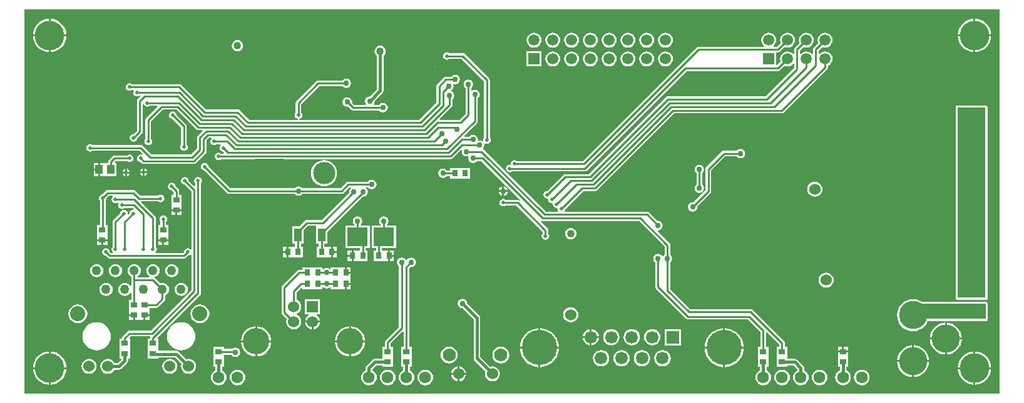
<source format=gbl>
%FSAX43Y43*%
%MOMM*%
G71*
G01*
G75*
G04 Layer_Physical_Order=2*
G04 Layer_Color=16711680*
%ADD10R,0.800X0.900*%
%ADD11R,0.900X0.800*%
%ADD12O,0.600X2.200*%
%ADD13R,0.508X1.500*%
%ADD14R,2.300X2.300*%
%ADD15R,1.200X1.400*%
%ADD16R,2.200X2.200*%
%ADD17O,1.800X0.300*%
%ADD18O,0.300X1.800*%
%ADD19R,2.540X1.016*%
%ADD20R,1.016X2.540*%
%ADD21R,1.200X0.300*%
%ADD22R,0.300X1.200*%
%ADD23R,2.032X0.635*%
%ADD24R,1.000X2.400*%
%ADD25R,3.300X2.400*%
%ADD26C,0.635*%
%ADD27C,0.254*%
%ADD28C,0.381*%
%ADD29C,0.508*%
%ADD30R,9.779X2.159*%
%ADD31R,7.874X1.778*%
%ADD32R,2.540X4.953*%
%ADD33R,2.286X7.874*%
%ADD34R,3.810X25.781*%
%ADD35R,2.794X2.794*%
%ADD36R,3.429X3.048*%
%ADD37R,3.937X3.937*%
%ADD38R,1.651X1.524*%
%ADD39R,2.032X2.009*%
%ADD40R,1.905X1.778*%
%ADD41R,1.778X1.524*%
%ADD42R,1.270X1.270*%
%ADD43R,3.429X4.953*%
%ADD44R,4.826X2.540*%
%ADD45R,1.397X1.524*%
%ADD46C,1.500*%
%ADD47R,1.500X1.500*%
%ADD48C,4.000*%
%ADD49C,0.762*%
%ADD50C,3.000*%
%ADD51C,0.508*%
%ADD52C,1.016*%
%ADD53C,1.524*%
%ADD54R,1.500X1.500*%
%ADD55C,3.810*%
%ADD56C,1.600*%
%ADD57C,4.760*%
%ADD58R,1.690X1.690*%
%ADD59C,1.690*%
%ADD60C,3.556*%
%ADD61R,1.524X1.524*%
%ADD62C,2.032*%
%ADD63C,1.270*%
%ADD64C,1.778*%
%ADD65C,2.000*%
%ADD66R,2.000X2.000*%
%ADD67R,1.000X1.300*%
%ADD68R,1.000X1.800*%
%ADD69R,2.794X2.540*%
%ADD70R,9.525X2.159*%
%ADD71R,3.937X3.683*%
%ADD72R,1.905X1.651*%
%ADD73R,1.397X1.397*%
%ADD74R,1.397X1.651*%
%ADD75R,2.921X2.794*%
%ADD76R,2.667X2.540*%
G36*
X0177412Y0059443D02*
X0045473D01*
Y0111499D01*
X0177412D01*
Y0059443D01*
D02*
G37*
%LPC*%
G36*
X0122222Y0068146D02*
Y0067181D01*
X0123187D01*
X0123166Y0067341D01*
X0123055Y0067608D01*
X0122879Y0067838D01*
X0122649Y0068014D01*
X0122382Y0068125D01*
X0122222Y0068146D01*
D02*
G37*
G36*
X0165671Y0072210D02*
X0165248Y0072168D01*
X0164841Y0072045D01*
X0164466Y0071844D01*
X0164137Y0071575D01*
X0163868Y0071246D01*
X0163667Y0070871D01*
X0163544Y0070464D01*
X0163502Y0070040D01*
X0163544Y0069617D01*
X0163667Y0069210D01*
X0163868Y0068835D01*
X0164137Y0068506D01*
X0164466Y0068237D01*
X0164841Y0068036D01*
X0165248Y0067913D01*
X0165671Y0067871D01*
X0166095Y0067913D01*
X0166502Y0068036D01*
X0166877Y0068237D01*
X0167206Y0068506D01*
X0167475Y0068835D01*
X0167676Y0069210D01*
X0175514D01*
X0175613Y0069230D01*
X0175697Y0069286D01*
X0175753Y0069370D01*
X0175773Y0069469D01*
Y0071628D01*
X0175753Y0071727D01*
X0175697Y0071811D01*
X0175613Y0071867D01*
X0175514Y0071887D01*
X0166797D01*
X0166502Y0072045D01*
X0166095Y0072168D01*
X0165671Y0072210D01*
D02*
G37*
G36*
X0084328Y0069024D02*
X0083447D01*
X0083465Y0068886D01*
X0083568Y0068639D01*
X0083730Y0068427D01*
X0083943Y0068264D01*
X0084190Y0068162D01*
X0084328Y0068143D01*
Y0069024D01*
D02*
G37*
G36*
X0169990Y0069022D02*
X0169693Y0068993D01*
X0169286Y0068870D01*
X0168911Y0068669D01*
X0168582Y0068400D01*
X0168313Y0068071D01*
X0168112Y0067696D01*
X0167989Y0067289D01*
X0167960Y0066993D01*
X0169990D01*
Y0069022D01*
D02*
G37*
G36*
X0170243D02*
Y0066993D01*
X0172273D01*
X0172244Y0067289D01*
X0172121Y0067696D01*
X0171920Y0068071D01*
X0171651Y0068400D01*
X0171322Y0068669D01*
X0170947Y0068870D01*
X0170540Y0068993D01*
X0170243Y0069022D01*
D02*
G37*
G36*
X0121968Y0068146D02*
X0121808Y0068125D01*
X0121541Y0068014D01*
X0121311Y0067838D01*
X0121135Y0067608D01*
X0121024Y0067341D01*
X0121003Y0067181D01*
X0121968D01*
Y0068146D01*
D02*
G37*
G36*
X0119380Y0071129D02*
X0119115Y0071094D01*
X0118868Y0070991D01*
X0118655Y0070829D01*
X0118493Y0070616D01*
X0118390Y0070369D01*
X0118355Y0070104D01*
X0118390Y0069839D01*
X0118493Y0069592D01*
X0118655Y0069379D01*
X0118868Y0069217D01*
X0119115Y0069114D01*
X0119380Y0069079D01*
X0119645Y0069114D01*
X0119892Y0069217D01*
X0120105Y0069379D01*
X0120267Y0069592D01*
X0120370Y0069839D01*
X0120405Y0070104D01*
X0120370Y0070369D01*
X0120267Y0070616D01*
X0120105Y0070829D01*
X0119892Y0070991D01*
X0119645Y0071094D01*
X0119380Y0071129D01*
D02*
G37*
G36*
X0085471Y0072200D02*
X0083439D01*
Y0070168D01*
X0083927D01*
X0083952Y0070043D01*
X0083943Y0070039D01*
X0083730Y0069876D01*
X0083568Y0069664D01*
X0083465Y0069417D01*
X0083447Y0069279D01*
X0085463D01*
X0085445Y0069417D01*
X0085342Y0069664D01*
X0085180Y0069876D01*
X0084967Y0070039D01*
X0084958Y0070043D01*
X0084983Y0070168D01*
X0085471D01*
Y0072200D01*
D02*
G37*
G36*
X0060198Y0069912D02*
X0059621D01*
Y0069385D01*
X0060198D01*
Y0069912D01*
D02*
G37*
G36*
X0085463Y0069024D02*
X0084582D01*
Y0068143D01*
X0084720Y0068162D01*
X0084967Y0068264D01*
X0085180Y0068427D01*
X0085342Y0068639D01*
X0085445Y0068886D01*
X0085463Y0069024D01*
D02*
G37*
G36*
X0052705Y0071512D02*
X0052373Y0071468D01*
X0052065Y0071340D01*
X0051799Y0071137D01*
X0051596Y0070871D01*
X0051468Y0070563D01*
X0051424Y0070231D01*
X0051468Y0069899D01*
X0051596Y0069591D01*
X0051799Y0069325D01*
X0052065Y0069122D01*
X0052373Y0068994D01*
X0052705Y0068950D01*
X0053037Y0068994D01*
X0053345Y0069122D01*
X0053611Y0069325D01*
X0053814Y0069591D01*
X0053942Y0069899D01*
X0053986Y0070231D01*
X0053942Y0070563D01*
X0053814Y0070871D01*
X0053611Y0071137D01*
X0053345Y0071340D01*
X0053037Y0071468D01*
X0052705Y0071512D01*
D02*
G37*
G36*
X0069215D02*
X0068883Y0071468D01*
X0068575Y0071340D01*
X0068309Y0071137D01*
X0068106Y0070871D01*
X0067978Y0070563D01*
X0067934Y0070231D01*
X0067978Y0069899D01*
X0068106Y0069591D01*
X0068309Y0069325D01*
X0068575Y0069122D01*
X0068883Y0068994D01*
X0069215Y0068950D01*
X0069547Y0068994D01*
X0069855Y0069122D01*
X0070121Y0069325D01*
X0070324Y0069591D01*
X0070452Y0069899D01*
X0070496Y0070231D01*
X0070452Y0070563D01*
X0070324Y0070871D01*
X0070121Y0071137D01*
X0069855Y0071340D01*
X0069547Y0071468D01*
X0069215Y0071512D01*
D02*
G37*
G36*
X0127635Y0068162D02*
X0127348Y0068125D01*
X0127081Y0068014D01*
X0126851Y0067838D01*
X0126675Y0067608D01*
X0126564Y0067341D01*
X0126527Y0067054D01*
X0126564Y0066767D01*
X0126675Y0066500D01*
X0126851Y0066270D01*
X0127081Y0066094D01*
X0127348Y0065983D01*
X0127635Y0065946D01*
X0127922Y0065983D01*
X0128189Y0066094D01*
X0128419Y0066270D01*
X0128595Y0066500D01*
X0128706Y0066767D01*
X0128743Y0067054D01*
X0128706Y0067341D01*
X0128595Y0067608D01*
X0128419Y0067838D01*
X0128189Y0068014D01*
X0127922Y0068125D01*
X0127635Y0068162D01*
D02*
G37*
G36*
X0130405D02*
X0130118Y0068125D01*
X0129851Y0068014D01*
X0129621Y0067838D01*
X0129445Y0067608D01*
X0129334Y0067341D01*
X0129297Y0067054D01*
X0129334Y0066767D01*
X0129445Y0066500D01*
X0129621Y0066270D01*
X0129851Y0066094D01*
X0130118Y0065983D01*
X0130405Y0065946D01*
X0130692Y0065983D01*
X0130959Y0066094D01*
X0131189Y0066270D01*
X0131365Y0066500D01*
X0131476Y0066767D01*
X0131513Y0067054D01*
X0131476Y0067341D01*
X0131365Y0067608D01*
X0131189Y0067838D01*
X0130959Y0068014D01*
X0130692Y0068125D01*
X0130405Y0068162D01*
D02*
G37*
G36*
X0134274Y0068153D02*
X0132076D01*
Y0065955D01*
X0134274D01*
Y0068153D01*
D02*
G37*
G36*
X0140003Y0068266D02*
X0139717Y0068244D01*
X0139314Y0068147D01*
X0138930Y0067988D01*
X0138577Y0067772D01*
X0138262Y0067502D01*
X0137992Y0067187D01*
X0137776Y0066834D01*
X0137617Y0066450D01*
X0137520Y0066047D01*
X0137498Y0065761D01*
X0140003D01*
Y0068266D01*
D02*
G37*
G36*
X0140257D02*
Y0065761D01*
X0142762D01*
X0142740Y0066047D01*
X0142643Y0066450D01*
X0142484Y0066834D01*
X0142268Y0067187D01*
X0141998Y0067502D01*
X0141683Y0067772D01*
X0141330Y0067988D01*
X0140946Y0068147D01*
X0140543Y0068244D01*
X0140257Y0068266D01*
D02*
G37*
G36*
X0124865Y0068162D02*
X0124578Y0068125D01*
X0124311Y0068014D01*
X0124081Y0067838D01*
X0123905Y0067608D01*
X0123794Y0067341D01*
X0123757Y0067054D01*
X0123794Y0066767D01*
X0123905Y0066500D01*
X0124081Y0066270D01*
X0124311Y0066094D01*
X0124578Y0065983D01*
X0124865Y0065946D01*
X0125152Y0065983D01*
X0125419Y0066094D01*
X0125649Y0066270D01*
X0125825Y0066500D01*
X0125936Y0066767D01*
X0125973Y0067054D01*
X0125936Y0067341D01*
X0125825Y0067608D01*
X0125649Y0067838D01*
X0125419Y0068014D01*
X0125152Y0068125D01*
X0124865Y0068162D01*
D02*
G37*
G36*
X0076962Y0068514D02*
Y0066612D01*
X0078864D01*
X0078838Y0066883D01*
X0078721Y0067266D01*
X0078533Y0067619D01*
X0078279Y0067928D01*
X0077969Y0068182D01*
X0077616Y0068371D01*
X0077233Y0068487D01*
X0076962Y0068514D01*
D02*
G37*
G36*
X0089408D02*
X0089137Y0068487D01*
X0088754Y0068371D01*
X0088401Y0068182D01*
X0088091Y0067928D01*
X0087837Y0067619D01*
X0087649Y0067266D01*
X0087532Y0066883D01*
X0087506Y0066612D01*
X0089408D01*
Y0068514D01*
D02*
G37*
G36*
X0089662D02*
Y0066612D01*
X0091564D01*
X0091538Y0066883D01*
X0091421Y0067266D01*
X0091233Y0067619D01*
X0090979Y0067928D01*
X0090669Y0068182D01*
X0090316Y0068371D01*
X0089933Y0068487D01*
X0089662Y0068514D01*
D02*
G37*
G36*
X0121968Y0066927D02*
X0121003D01*
X0121024Y0066767D01*
X0121135Y0066500D01*
X0121311Y0066270D01*
X0121541Y0066094D01*
X0121808Y0065983D01*
X0121968Y0065962D01*
Y0066927D01*
D02*
G37*
G36*
X0123187D02*
X0122222D01*
Y0065962D01*
X0122382Y0065983D01*
X0122649Y0066094D01*
X0122879Y0066270D01*
X0123055Y0066500D01*
X0123166Y0066767D01*
X0123187Y0066927D01*
D02*
G37*
G36*
X0076708Y0068514D02*
X0076437Y0068487D01*
X0076054Y0068371D01*
X0075701Y0068182D01*
X0075391Y0067928D01*
X0075137Y0067619D01*
X0074949Y0067266D01*
X0074832Y0066883D01*
X0074806Y0066612D01*
X0076708D01*
Y0068514D01*
D02*
G37*
G36*
X0089619Y0076523D02*
X0089092D01*
Y0075946D01*
X0089619D01*
Y0076523D01*
D02*
G37*
G36*
X0089724Y0077978D02*
X0089197D01*
Y0077401D01*
X0089724D01*
Y0077978D01*
D02*
G37*
G36*
X0094107Y0083451D02*
X0093859Y0083402D01*
X0093649Y0083262D01*
X0093509Y0083052D01*
X0093460Y0082804D01*
X0093509Y0082556D01*
X0093649Y0082346D01*
X0093719Y0082300D01*
Y0082169D01*
X0092456D01*
Y0079121D01*
X0093019D01*
Y0078809D01*
X0092753D01*
Y0077401D01*
X0094061D01*
Y0077401D01*
X0094061D01*
X0094061Y0077401D01*
X0094153D01*
Y0077401D01*
X0094680D01*
Y0078105D01*
Y0078809D01*
X0094153D01*
D01*
D01*
X0094153Y0078809D01*
X0094061D01*
Y0078809D01*
X0093795D01*
Y0079121D01*
X0095758D01*
Y0082169D01*
X0094495D01*
Y0082300D01*
X0094565Y0082346D01*
X0094705Y0082556D01*
X0094754Y0082804D01*
X0094705Y0083052D01*
X0094565Y0083262D01*
X0094355Y0083402D01*
X0094107Y0083451D01*
D02*
G37*
G36*
X0057785Y0076970D02*
X0057553Y0076939D01*
X0057337Y0076850D01*
X0057151Y0076707D01*
X0057008Y0076521D01*
X0056919Y0076305D01*
X0056888Y0076073D01*
X0056919Y0075841D01*
X0057008Y0075625D01*
X0057151Y0075439D01*
X0057337Y0075296D01*
X0057553Y0075207D01*
X0057785Y0075176D01*
X0058017Y0075207D01*
X0058233Y0075296D01*
X0058419Y0075439D01*
X0058562Y0075625D01*
X0058651Y0075841D01*
X0058682Y0076073D01*
X0058651Y0076305D01*
X0058562Y0076521D01*
X0058419Y0076707D01*
X0058233Y0076850D01*
X0058017Y0076939D01*
X0057785Y0076970D01*
D02*
G37*
G36*
X0065405D02*
X0065173Y0076939D01*
X0064957Y0076850D01*
X0064771Y0076707D01*
X0064628Y0076521D01*
X0064539Y0076305D01*
X0064508Y0076073D01*
X0064539Y0075841D01*
X0064628Y0075625D01*
X0064771Y0075439D01*
X0064957Y0075296D01*
X0065173Y0075207D01*
X0065405Y0075176D01*
X0065637Y0075207D01*
X0065853Y0075296D01*
X0066039Y0075439D01*
X0066182Y0075625D01*
X0066271Y0075841D01*
X0066302Y0076073D01*
X0066271Y0076305D01*
X0066182Y0076521D01*
X0066039Y0076707D01*
X0065853Y0076850D01*
X0065637Y0076939D01*
X0065405Y0076970D01*
D02*
G37*
G36*
X0062865D02*
X0062633Y0076939D01*
X0062417Y0076850D01*
X0062231Y0076707D01*
X0062088Y0076521D01*
X0061999Y0076305D01*
X0061968Y0076073D01*
X0061999Y0075841D01*
X0062088Y0075625D01*
X0062231Y0075439D01*
X0062397Y0075312D01*
X0062356Y0075191D01*
X0060834D01*
X0060793Y0075312D01*
X0060959Y0075439D01*
X0061102Y0075625D01*
X0061191Y0075841D01*
X0061222Y0076073D01*
X0061191Y0076305D01*
X0061102Y0076521D01*
X0060959Y0076707D01*
X0060773Y0076850D01*
X0060557Y0076939D01*
X0060325Y0076970D01*
X0060093Y0076939D01*
X0059877Y0076850D01*
X0059691Y0076707D01*
X0059548Y0076521D01*
X0059459Y0076305D01*
X0059428Y0076073D01*
X0059459Y0075841D01*
X0059548Y0075625D01*
X0059691Y0075439D01*
X0059877Y0075296D01*
X0059937Y0075272D01*
Y0074042D01*
X0059816Y0074001D01*
X0059689Y0074167D01*
X0059503Y0074310D01*
X0059287Y0074399D01*
X0059055Y0074430D01*
X0058823Y0074399D01*
X0058607Y0074310D01*
X0058421Y0074167D01*
X0058278Y0073981D01*
X0058189Y0073765D01*
X0058158Y0073533D01*
X0058189Y0073301D01*
X0058278Y0073085D01*
X0058421Y0072899D01*
X0058607Y0072756D01*
X0058823Y0072667D01*
X0059055Y0072636D01*
X0059287Y0072667D01*
X0059503Y0072756D01*
X0059689Y0072899D01*
X0059816Y0073065D01*
X0059937Y0073024D01*
Y0072093D01*
X0059621D01*
Y0070785D01*
X0059621Y0070785D01*
X0059621Y0070693D01*
X0059621D01*
Y0070166D01*
X0060325D01*
Y0070039D01*
X0060452D01*
Y0069385D01*
X0061595D01*
Y0070039D01*
X0061722D01*
Y0070166D01*
X0062426D01*
Y0070693D01*
D01*
Y0070693D01*
X0062426Y0070693D01*
Y0070785D01*
X0062426D01*
Y0071051D01*
X0063311D01*
X0063460Y0071080D01*
X0063586Y0071164D01*
X0064410Y0071988D01*
X0064494Y0072114D01*
X0064523Y0072263D01*
X0064523Y0072263D01*
X0064523Y0072263D01*
Y0072263D01*
Y0072732D01*
X0064583Y0072756D01*
X0064769Y0072899D01*
X0064912Y0073085D01*
X0065001Y0073301D01*
X0065032Y0073533D01*
X0065001Y0073765D01*
X0064912Y0073981D01*
X0064769Y0074167D01*
X0064583Y0074310D01*
X0064367Y0074399D01*
X0064135Y0074430D01*
X0063903Y0074399D01*
X0063843Y0074374D01*
X0063140Y0075078D01*
X0063116Y0075093D01*
X0063128Y0075220D01*
X0063313Y0075296D01*
X0063499Y0075439D01*
X0063642Y0075625D01*
X0063731Y0075841D01*
X0063762Y0076073D01*
X0063731Y0076305D01*
X0063642Y0076521D01*
X0063499Y0076707D01*
X0063313Y0076850D01*
X0063097Y0076939D01*
X0062865Y0076970D01*
D02*
G37*
G36*
X0087714Y0078486D02*
X0087187D01*
Y0077909D01*
X0087714D01*
Y0078486D01*
D02*
G37*
G36*
X0089724Y0078809D02*
X0089197D01*
Y0078232D01*
X0089724D01*
Y0078809D01*
D02*
G37*
G36*
X0095461Y0078809D02*
X0094934D01*
Y0078232D01*
X0095461D01*
Y0078809D01*
D02*
G37*
G36*
Y0077978D02*
X0094934D01*
Y0077401D01*
X0095461D01*
Y0077978D01*
D02*
G37*
G36*
X0097790Y0077863D02*
X0097542Y0077814D01*
X0097332Y0077674D01*
X0097218Y0077504D01*
X0097091D01*
X0096978Y0077674D01*
X0096768Y0077814D01*
X0096520Y0077863D01*
X0096272Y0077814D01*
X0096062Y0077674D01*
X0095922Y0077464D01*
X0095873Y0077216D01*
X0095922Y0076968D01*
X0096062Y0076758D01*
X0096132Y0076712D01*
Y0068425D01*
X0094340Y0066634D01*
X0094256Y0066508D01*
X0094227Y0066359D01*
Y0065743D01*
X0093911D01*
Y0064435D01*
X0093911Y0064435D01*
X0093911Y0064343D01*
X0093911D01*
Y0064142D01*
X0092899D01*
X0092899Y0064142D01*
X0092726Y0064108D01*
X0092579Y0064009D01*
X0092579Y0064009D01*
X0091755Y0063185D01*
X0091656Y0063038D01*
X0091622Y0062865D01*
Y0062548D01*
X0091543Y0062516D01*
X0091323Y0062347D01*
X0091154Y0062127D01*
X0091048Y0061870D01*
X0091012Y0061595D01*
X0091048Y0061320D01*
X0091154Y0061063D01*
X0091323Y0060843D01*
X0091543Y0060674D01*
X0091800Y0060568D01*
X0092075Y0060532D01*
X0092350Y0060568D01*
X0092607Y0060674D01*
X0092827Y0060843D01*
X0092996Y0061063D01*
X0093102Y0061320D01*
X0093138Y0061595D01*
X0093102Y0061870D01*
X0092996Y0062127D01*
X0092827Y0062347D01*
X0092607Y0062516D01*
X0092528Y0062548D01*
Y0062677D01*
X0093087Y0063236D01*
X0093911D01*
Y0063035D01*
X0095319D01*
Y0064343D01*
D01*
Y0064343D01*
X0095319Y0064343D01*
Y0064435D01*
X0095319D01*
Y0065743D01*
X0095003D01*
Y0066198D01*
X0096649Y0067844D01*
X0096767Y0067795D01*
Y0065743D01*
X0096451D01*
Y0064435D01*
X0096451Y0064435D01*
X0096451Y0064343D01*
X0096451D01*
Y0063035D01*
X0096702D01*
Y0062548D01*
X0096623Y0062516D01*
X0096403Y0062347D01*
X0096234Y0062127D01*
X0096128Y0061870D01*
X0096092Y0061595D01*
X0096128Y0061320D01*
X0096234Y0061063D01*
X0096403Y0060843D01*
X0096623Y0060674D01*
X0096880Y0060568D01*
X0097155Y0060532D01*
X0097430Y0060568D01*
X0097687Y0060674D01*
X0097907Y0060843D01*
X0098076Y0061063D01*
X0098182Y0061320D01*
X0098218Y0061595D01*
X0098182Y0061870D01*
X0098076Y0062127D01*
X0097907Y0062347D01*
X0097687Y0062516D01*
X0097608Y0062548D01*
Y0063035D01*
X0097859D01*
Y0064343D01*
D01*
Y0064343D01*
X0097859Y0064343D01*
Y0064435D01*
X0097859D01*
Y0065743D01*
X0097543D01*
Y0076420D01*
X0097708Y0076585D01*
X0097790Y0076569D01*
X0098038Y0076618D01*
X0098248Y0076758D01*
X0098388Y0076968D01*
X0098437Y0077216D01*
X0098388Y0077464D01*
X0098248Y0077674D01*
X0098038Y0077814D01*
X0097790Y0077863D01*
D02*
G37*
G36*
X0080961Y0078486D02*
X0080434D01*
Y0077909D01*
X0080961D01*
Y0078486D01*
D02*
G37*
G36*
X0066675Y0074430D02*
X0066443Y0074399D01*
X0066227Y0074310D01*
X0066041Y0074167D01*
X0065898Y0073981D01*
X0065809Y0073765D01*
X0065778Y0073533D01*
X0065809Y0073301D01*
X0065898Y0073085D01*
X0066041Y0072899D01*
X0066227Y0072756D01*
X0066443Y0072667D01*
X0066675Y0072636D01*
X0066907Y0072667D01*
X0067123Y0072756D01*
X0067309Y0072899D01*
X0067452Y0073085D01*
X0067541Y0073301D01*
X0067572Y0073533D01*
X0067541Y0073765D01*
X0067452Y0073981D01*
X0067309Y0074167D01*
X0067123Y0074310D01*
X0066907Y0074399D01*
X0066675Y0074430D01*
D02*
G37*
G36*
X0089619Y0074168D02*
X0089092D01*
Y0073591D01*
X0089619D01*
Y0074168D01*
D02*
G37*
G36*
X0153924Y0075828D02*
X0153659Y0075793D01*
X0153412Y0075690D01*
X0153199Y0075528D01*
X0153037Y0075315D01*
X0152934Y0075068D01*
X0152899Y0074803D01*
X0152934Y0074538D01*
X0153037Y0074291D01*
X0153199Y0074078D01*
X0153412Y0073916D01*
X0153659Y0073813D01*
X0153924Y0073778D01*
X0154189Y0073813D01*
X0154436Y0073916D01*
X0154649Y0074078D01*
X0154811Y0074291D01*
X0154914Y0074538D01*
X0154949Y0074803D01*
X0154914Y0075068D01*
X0154811Y0075315D01*
X0154649Y0075528D01*
X0154436Y0075690D01*
X0154189Y0075793D01*
X0153924Y0075828D01*
D02*
G37*
G36*
X0062426Y0069912D02*
X0061849D01*
Y0069385D01*
X0062426D01*
Y0069912D01*
D02*
G37*
G36*
X0175514Y0098430D02*
X0171704D01*
X0171605Y0098410D01*
X0171603Y0098409D01*
X0171466D01*
Y0098272D01*
X0171465Y0098270D01*
X0171445Y0098171D01*
Y0072390D01*
X0171465Y0072291D01*
X0171521Y0072207D01*
X0171605Y0072151D01*
X0171704Y0072131D01*
X0175514D01*
X0175613Y0072151D01*
X0175697Y0072207D01*
X0175753Y0072291D01*
X0175773Y0072390D01*
Y0098171D01*
X0175753Y0098270D01*
X0175697Y0098354D01*
X0175613Y0098410D01*
X0175514Y0098430D01*
D02*
G37*
G36*
X0056515Y0074430D02*
X0056283Y0074399D01*
X0056067Y0074310D01*
X0055881Y0074167D01*
X0055738Y0073981D01*
X0055649Y0073765D01*
X0055618Y0073533D01*
X0055649Y0073301D01*
X0055738Y0073085D01*
X0055881Y0072899D01*
X0056067Y0072756D01*
X0056283Y0072667D01*
X0056515Y0072636D01*
X0056747Y0072667D01*
X0056963Y0072756D01*
X0057149Y0072899D01*
X0057292Y0073085D01*
X0057381Y0073301D01*
X0057412Y0073533D01*
X0057381Y0073765D01*
X0057292Y0073981D01*
X0057149Y0074167D01*
X0056963Y0074310D01*
X0056747Y0074399D01*
X0056515Y0074430D01*
D02*
G37*
G36*
X0151257Y0075811D02*
Y0074930D01*
X0152138D01*
X0152120Y0075068D01*
X0152017Y0075315D01*
X0151855Y0075528D01*
X0151642Y0075690D01*
X0151395Y0075793D01*
X0151257Y0075811D01*
D02*
G37*
G36*
X0084501Y0076523D02*
X0084430Y0076523D01*
X0084409D01*
Y0076523D01*
X0084409D01*
X0084409D01*
X0083101D01*
Y0076207D01*
X0082677D01*
X0082528Y0076178D01*
X0082402Y0076094D01*
X0080370Y0074062D01*
X0080286Y0073936D01*
X0080257Y0073787D01*
Y0070422D01*
X0080257Y0070422D01*
X0080257D01*
X0080286Y0070273D01*
X0080370Y0070147D01*
X0080976Y0069541D01*
X0080925Y0069417D01*
X0080890Y0069151D01*
X0080925Y0068886D01*
X0081028Y0068639D01*
X0081190Y0068427D01*
X0081403Y0068264D01*
X0081650Y0068162D01*
X0081915Y0068127D01*
X0082180Y0068162D01*
X0082427Y0068264D01*
X0082640Y0068427D01*
X0082802Y0068639D01*
X0082905Y0068886D01*
X0082940Y0069151D01*
X0082905Y0069417D01*
X0082802Y0069664D01*
X0082640Y0069876D01*
X0082427Y0070039D01*
X0082270Y0070104D01*
Y0070231D01*
X0082427Y0070296D01*
X0082640Y0070459D01*
X0082802Y0070671D01*
X0082905Y0070918D01*
X0082940Y0071184D01*
X0082905Y0071449D01*
X0082802Y0071696D01*
X0082640Y0071908D01*
X0082427Y0072071D01*
X0082303Y0072122D01*
Y0073118D01*
X0082984Y0073798D01*
X0083101Y0073750D01*
Y0073591D01*
X0084409D01*
Y0073591D01*
X0084409D01*
X0084409Y0073591D01*
X0084501D01*
Y0073591D01*
X0085809D01*
Y0073765D01*
X0085921Y0073825D01*
X0086112Y0073697D01*
X0086360Y0073648D01*
X0086608Y0073697D01*
X0086799Y0073825D01*
X0086911Y0073765D01*
Y0073591D01*
X0088219D01*
Y0073591D01*
X0088219D01*
X0088219Y0073591D01*
X0088311D01*
Y0073591D01*
X0088838D01*
Y0074295D01*
X0088965D01*
Y0074422D01*
X0089619D01*
Y0074999D01*
D01*
Y0074999D01*
X0089619Y0074999D01*
Y0075115D01*
X0089619D01*
Y0075692D01*
X0088965D01*
Y0075819D01*
X0088838D01*
Y0076523D01*
X0088311D01*
D01*
D01*
X0088311Y0076523D01*
X0088219D01*
Y0076523D01*
X0086911D01*
Y0076349D01*
X0086799Y0076289D01*
X0086608Y0076417D01*
X0086360Y0076466D01*
X0086112Y0076417D01*
X0085921Y0076289D01*
X0085809Y0076349D01*
Y0076523D01*
X0084501D01*
Y0076523D01*
D02*
G37*
G36*
X0055245Y0076970D02*
X0055013Y0076939D01*
X0054797Y0076850D01*
X0054611Y0076707D01*
X0054468Y0076521D01*
X0054379Y0076305D01*
X0054348Y0076073D01*
X0054379Y0075841D01*
X0054468Y0075625D01*
X0054611Y0075439D01*
X0054797Y0075296D01*
X0055013Y0075207D01*
X0055245Y0075176D01*
X0055477Y0075207D01*
X0055693Y0075296D01*
X0055879Y0075439D01*
X0056022Y0075625D01*
X0056111Y0075841D01*
X0056142Y0076073D01*
X0056111Y0076305D01*
X0056022Y0076521D01*
X0055879Y0076707D01*
X0055693Y0076850D01*
X0055477Y0076939D01*
X0055245Y0076970D01*
D02*
G37*
G36*
X0151003Y0074676D02*
X0150122D01*
X0150140Y0074538D01*
X0150243Y0074291D01*
X0150405Y0074078D01*
X0150618Y0073916D01*
X0150865Y0073813D01*
X0151003Y0073795D01*
Y0074676D01*
D02*
G37*
G36*
X0152138D02*
X0151257D01*
Y0073795D01*
X0151395Y0073813D01*
X0151642Y0073916D01*
X0151855Y0074078D01*
X0152017Y0074291D01*
X0152120Y0074538D01*
X0152138Y0074676D01*
D02*
G37*
G36*
X0151003Y0075811D02*
X0150865Y0075793D01*
X0150618Y0075690D01*
X0150405Y0075528D01*
X0150243Y0075315D01*
X0150140Y0075068D01*
X0150122Y0074930D01*
X0151003D01*
Y0075811D01*
D02*
G37*
G36*
X0115267Y0068266D02*
Y0065761D01*
X0117772D01*
X0117750Y0066047D01*
X0117653Y0066450D01*
X0117494Y0066834D01*
X0117278Y0067187D01*
X0117008Y0067502D01*
X0116693Y0067772D01*
X0116340Y0067988D01*
X0115956Y0068147D01*
X0115553Y0068244D01*
X0115267Y0068266D01*
D02*
G37*
G36*
X0054229Y0064144D02*
X0053964Y0064109D01*
X0053717Y0064006D01*
X0053504Y0063844D01*
X0053342Y0063631D01*
X0053239Y0063384D01*
X0053204Y0063119D01*
X0053239Y0062854D01*
X0053342Y0062607D01*
X0053504Y0062394D01*
X0053717Y0062232D01*
X0053964Y0062129D01*
X0054229Y0062094D01*
X0054494Y0062129D01*
X0054741Y0062232D01*
X0054954Y0062394D01*
X0055116Y0062607D01*
X0055219Y0062854D01*
X0055254Y0063119D01*
X0055219Y0063384D01*
X0055116Y0063631D01*
X0054954Y0063844D01*
X0054741Y0064006D01*
X0054494Y0064109D01*
X0054229Y0064144D01*
D02*
G37*
G36*
X0065151D02*
X0064886Y0064109D01*
X0064639Y0064006D01*
X0064426Y0063844D01*
X0064264Y0063631D01*
X0064161Y0063384D01*
X0064126Y0063119D01*
X0064161Y0062854D01*
X0064264Y0062607D01*
X0064426Y0062394D01*
X0064639Y0062232D01*
X0064886Y0062129D01*
X0065151Y0062094D01*
X0065416Y0062129D01*
X0065663Y0062232D01*
X0065876Y0062394D01*
X0066038Y0062607D01*
X0066141Y0062854D01*
X0066176Y0063119D01*
X0066141Y0063384D01*
X0066038Y0063631D01*
X0065876Y0063844D01*
X0065663Y0064006D01*
X0065416Y0064109D01*
X0065151Y0064144D01*
D02*
G37*
G36*
X0104076Y0063111D02*
X0103938Y0063093D01*
X0103691Y0062990D01*
X0103479Y0062828D01*
X0103316Y0062615D01*
X0103214Y0062368D01*
X0103195Y0062230D01*
X0104076D01*
Y0063111D01*
D02*
G37*
G36*
X0105212Y0061976D02*
X0104330D01*
Y0061095D01*
X0104469Y0061113D01*
X0104716Y0061216D01*
X0104928Y0061378D01*
X0105091Y0061591D01*
X0105193Y0061838D01*
X0105212Y0061976D01*
D02*
G37*
G36*
X0165544Y0063690D02*
X0163515D01*
X0163544Y0063394D01*
X0163667Y0062987D01*
X0163868Y0062612D01*
X0164137Y0062283D01*
X0164466Y0062014D01*
X0164841Y0061813D01*
X0165248Y0061690D01*
X0165544Y0061661D01*
Y0063690D01*
D02*
G37*
G36*
X0167828D02*
X0165798D01*
Y0061661D01*
X0166095Y0061690D01*
X0166502Y0061813D01*
X0166877Y0062014D01*
X0167206Y0062283D01*
X0167475Y0062612D01*
X0167676Y0062987D01*
X0167799Y0063394D01*
X0167828Y0063690D01*
D02*
G37*
G36*
X0173863Y0065117D02*
X0173548Y0065086D01*
X0173123Y0064957D01*
X0172732Y0064748D01*
X0172388Y0064467D01*
X0172107Y0064123D01*
X0171898Y0063732D01*
X0171769Y0063307D01*
X0171738Y0062992D01*
X0173863D01*
Y0065117D01*
D02*
G37*
G36*
X0174117D02*
Y0062992D01*
X0176242D01*
X0176211Y0063307D01*
X0176083Y0063732D01*
X0175873Y0064123D01*
X0175592Y0064467D01*
X0175248Y0064748D01*
X0174857Y0064957D01*
X0174432Y0065086D01*
X0174117Y0065117D01*
D02*
G37*
G36*
X0115013Y0065507D02*
X0112508D01*
X0112530Y0065221D01*
X0112627Y0064818D01*
X0112786Y0064434D01*
X0113002Y0064081D01*
X0113272Y0063766D01*
X0113587Y0063496D01*
X0113940Y0063280D01*
X0114324Y0063121D01*
X0114727Y0063024D01*
X0115013Y0063002D01*
Y0065507D01*
D02*
G37*
G36*
X0104330Y0063111D02*
Y0062230D01*
X0105212D01*
X0105193Y0062368D01*
X0105091Y0062615D01*
X0104928Y0062828D01*
X0104716Y0062990D01*
X0104469Y0063093D01*
X0104330Y0063111D01*
D02*
G37*
G36*
X0048768Y0065117D02*
X0048453Y0065086D01*
X0048028Y0064957D01*
X0047637Y0064748D01*
X0047293Y0064467D01*
X0047012Y0064123D01*
X0046803Y0063732D01*
X0046674Y0063307D01*
X0046643Y0062992D01*
X0048768D01*
Y0065117D01*
D02*
G37*
G36*
X0049022D02*
Y0062992D01*
X0051147D01*
X0051116Y0063307D01*
X0050987Y0063732D01*
X0050778Y0064123D01*
X0050497Y0064467D01*
X0050153Y0064748D01*
X0049762Y0064957D01*
X0049337Y0065086D01*
X0049022Y0065117D01*
D02*
G37*
G36*
X0147955Y0062658D02*
X0147680Y0062622D01*
X0147423Y0062516D01*
X0147203Y0062347D01*
X0147034Y0062127D01*
X0146928Y0061870D01*
X0146892Y0061595D01*
X0146928Y0061320D01*
X0147034Y0061063D01*
X0147203Y0060843D01*
X0147423Y0060674D01*
X0147680Y0060568D01*
X0147955Y0060532D01*
X0148230Y0060568D01*
X0148487Y0060674D01*
X0148707Y0060843D01*
X0148876Y0061063D01*
X0148982Y0061320D01*
X0149018Y0061595D01*
X0148982Y0061870D01*
X0148876Y0062127D01*
X0148707Y0062347D01*
X0148487Y0062516D01*
X0148230Y0062622D01*
X0147955Y0062658D01*
D02*
G37*
G36*
X0153035D02*
X0152760Y0062622D01*
X0152503Y0062516D01*
X0152283Y0062347D01*
X0152114Y0062127D01*
X0152008Y0061870D01*
X0151972Y0061595D01*
X0152008Y0061320D01*
X0152114Y0061063D01*
X0152283Y0060843D01*
X0152503Y0060674D01*
X0152760Y0060568D01*
X0153035Y0060532D01*
X0153310Y0060568D01*
X0153567Y0060674D01*
X0153787Y0060843D01*
X0153956Y0061063D01*
X0154062Y0061320D01*
X0154098Y0061595D01*
X0154062Y0061870D01*
X0153956Y0062127D01*
X0153787Y0062347D01*
X0153567Y0062516D01*
X0153310Y0062622D01*
X0153035Y0062658D01*
D02*
G37*
G36*
X0158750D02*
X0158475Y0062622D01*
X0158218Y0062516D01*
X0157998Y0062347D01*
X0157829Y0062127D01*
X0157723Y0061870D01*
X0157687Y0061595D01*
X0157723Y0061320D01*
X0157829Y0061063D01*
X0157998Y0060843D01*
X0158218Y0060674D01*
X0158475Y0060568D01*
X0158750Y0060532D01*
X0159025Y0060568D01*
X0159282Y0060674D01*
X0159502Y0060843D01*
X0159671Y0061063D01*
X0159777Y0061320D01*
X0159813Y0061595D01*
X0159777Y0061870D01*
X0159671Y0062127D01*
X0159502Y0062347D01*
X0159282Y0062516D01*
X0159025Y0062622D01*
X0158750Y0062658D01*
D02*
G37*
G36*
X0074295D02*
X0074020Y0062622D01*
X0073763Y0062516D01*
X0073543Y0062347D01*
X0073374Y0062127D01*
X0073268Y0061870D01*
X0073232Y0061595D01*
X0073268Y0061320D01*
X0073374Y0061063D01*
X0073543Y0060843D01*
X0073763Y0060674D01*
X0074020Y0060568D01*
X0074295Y0060532D01*
X0074570Y0060568D01*
X0074827Y0060674D01*
X0075047Y0060843D01*
X0075216Y0061063D01*
X0075322Y0061320D01*
X0075358Y0061595D01*
X0075322Y0061870D01*
X0075216Y0062127D01*
X0075047Y0062347D01*
X0074827Y0062516D01*
X0074570Y0062622D01*
X0074295Y0062658D01*
D02*
G37*
G36*
X0094615D02*
X0094340Y0062622D01*
X0094083Y0062516D01*
X0093863Y0062347D01*
X0093694Y0062127D01*
X0093588Y0061870D01*
X0093552Y0061595D01*
X0093588Y0061320D01*
X0093694Y0061063D01*
X0093863Y0060843D01*
X0094083Y0060674D01*
X0094340Y0060568D01*
X0094615Y0060532D01*
X0094890Y0060568D01*
X0095147Y0060674D01*
X0095367Y0060843D01*
X0095536Y0061063D01*
X0095642Y0061320D01*
X0095678Y0061595D01*
X0095642Y0061870D01*
X0095536Y0062127D01*
X0095367Y0062347D01*
X0095147Y0062516D01*
X0094890Y0062622D01*
X0094615Y0062658D01*
D02*
G37*
G36*
X0099695D02*
X0099420Y0062622D01*
X0099163Y0062516D01*
X0098943Y0062347D01*
X0098774Y0062127D01*
X0098668Y0061870D01*
X0098632Y0061595D01*
X0098668Y0061320D01*
X0098774Y0061063D01*
X0098943Y0060843D01*
X0099163Y0060674D01*
X0099420Y0060568D01*
X0099695Y0060532D01*
X0099970Y0060568D01*
X0100227Y0060674D01*
X0100447Y0060843D01*
X0100616Y0061063D01*
X0100722Y0061320D01*
X0100758Y0061595D01*
X0100722Y0061870D01*
X0100616Y0062127D01*
X0100447Y0062347D01*
X0100227Y0062516D01*
X0099970Y0062622D01*
X0099695Y0062658D01*
D02*
G37*
G36*
X0176242Y0062738D02*
X0174117D01*
Y0060613D01*
X0174432Y0060644D01*
X0174857Y0060772D01*
X0175248Y0060982D01*
X0175592Y0061263D01*
X0175873Y0061607D01*
X0176083Y0061998D01*
X0176211Y0062423D01*
X0176242Y0062738D01*
D02*
G37*
G36*
X0104728Y0072275D02*
X0104480Y0072226D01*
X0104270Y0072086D01*
X0104129Y0071876D01*
X0104080Y0071628D01*
X0104129Y0071380D01*
X0104270Y0071170D01*
X0104480Y0071030D01*
X0104728Y0070981D01*
X0104733Y0070982D01*
X0106227Y0069488D01*
X0106227Y0064199D01*
X0106227Y0064199D01*
X0106227D01*
X0106261Y0064025D01*
X0106360Y0063878D01*
X0107810Y0062427D01*
X0107786Y0062368D01*
X0107751Y0062103D01*
X0107786Y0061838D01*
X0107888Y0061591D01*
X0108051Y0061378D01*
X0108263Y0061216D01*
X0108510Y0061113D01*
X0108775Y0061078D01*
X0109041Y0061113D01*
X0109288Y0061216D01*
X0109500Y0061378D01*
X0109663Y0061591D01*
X0109765Y0061838D01*
X0109800Y0062103D01*
X0109765Y0062368D01*
X0109663Y0062615D01*
X0109500Y0062828D01*
X0109288Y0062990D01*
X0109041Y0063093D01*
X0108775Y0063128D01*
X0108510Y0063093D01*
X0108451Y0063068D01*
X0107133Y0064386D01*
X0107133Y0069676D01*
X0107099Y0069849D01*
X0107000Y0069996D01*
X0105374Y0071623D01*
X0105375Y0071628D01*
X0105326Y0071876D01*
X0105185Y0072086D01*
X0104975Y0072226D01*
X0104728Y0072275D01*
D02*
G37*
G36*
X0104076Y0061976D02*
X0103195D01*
X0103214Y0061838D01*
X0103316Y0061591D01*
X0103479Y0061378D01*
X0103691Y0061216D01*
X0103938Y0061113D01*
X0104076Y0061095D01*
Y0061976D01*
D02*
G37*
G36*
X0048768Y0062738D02*
X0046643D01*
X0046674Y0062423D01*
X0046803Y0061998D01*
X0047012Y0061607D01*
X0047293Y0061263D01*
X0047637Y0060982D01*
X0048028Y0060772D01*
X0048453Y0060644D01*
X0048768Y0060613D01*
Y0062738D01*
D02*
G37*
G36*
X0051147D02*
X0049022D01*
Y0060613D01*
X0049337Y0060644D01*
X0049762Y0060772D01*
X0050153Y0060982D01*
X0050497Y0061263D01*
X0050778Y0061607D01*
X0050987Y0061998D01*
X0051116Y0062423D01*
X0051147Y0062738D01*
D02*
G37*
G36*
X0173863D02*
X0171738D01*
X0171769Y0062423D01*
X0171898Y0061998D01*
X0172107Y0061607D01*
X0172388Y0061263D01*
X0172732Y0060982D01*
X0173123Y0060772D01*
X0173548Y0060644D01*
X0173863Y0060613D01*
Y0062738D01*
D02*
G37*
G36*
X0089408Y0066357D02*
X0087506D01*
X0087532Y0066086D01*
X0087649Y0065703D01*
X0087837Y0065350D01*
X0088091Y0065041D01*
X0088401Y0064787D01*
X0088754Y0064598D01*
X0089137Y0064482D01*
X0089408Y0064455D01*
Y0066357D01*
D02*
G37*
G36*
X0091564D02*
X0089662D01*
Y0064455D01*
X0089933Y0064482D01*
X0090316Y0064598D01*
X0090669Y0064787D01*
X0090979Y0065041D01*
X0091233Y0065350D01*
X0091421Y0065703D01*
X0091538Y0066086D01*
X0091564Y0066357D01*
D02*
G37*
G36*
X0169990Y0066739D02*
X0167960D01*
X0167989Y0066442D01*
X0168112Y0066035D01*
X0168313Y0065660D01*
X0168582Y0065331D01*
X0168911Y0065062D01*
X0169286Y0064861D01*
X0169693Y0064738D01*
X0169990Y0064709D01*
Y0066739D01*
D02*
G37*
G36*
X0156914Y0064962D02*
X0155506D01*
Y0064435D01*
X0155506Y0064435D01*
X0155506Y0064343D01*
X0155506D01*
Y0063035D01*
X0155757D01*
Y0062548D01*
X0155678Y0062516D01*
X0155458Y0062347D01*
X0155289Y0062127D01*
X0155183Y0061870D01*
X0155147Y0061595D01*
X0155183Y0061320D01*
X0155289Y0061063D01*
X0155458Y0060843D01*
X0155678Y0060674D01*
X0155935Y0060568D01*
X0156210Y0060532D01*
X0156485Y0060568D01*
X0156742Y0060674D01*
X0156962Y0060843D01*
X0157131Y0061063D01*
X0157237Y0061320D01*
X0157273Y0061595D01*
X0157237Y0061870D01*
X0157131Y0062127D01*
X0156962Y0062347D01*
X0156742Y0062516D01*
X0156663Y0062548D01*
Y0063035D01*
X0156914D01*
Y0064343D01*
D01*
Y0064343D01*
X0156914Y0064343D01*
Y0064435D01*
X0156914D01*
Y0064962D01*
D02*
G37*
G36*
X0076708Y0066357D02*
X0074806D01*
X0074832Y0066086D01*
X0074949Y0065703D01*
X0075137Y0065350D01*
X0075391Y0065041D01*
X0075701Y0064787D01*
X0076054Y0064598D01*
X0076437Y0064482D01*
X0076708Y0064455D01*
Y0066357D01*
D02*
G37*
G36*
X0078864D02*
X0076962D01*
Y0064455D01*
X0077233Y0064482D01*
X0077616Y0064598D01*
X0077969Y0064787D01*
X0078279Y0065041D01*
X0078533Y0065350D01*
X0078721Y0065703D01*
X0078838Y0066086D01*
X0078864Y0066357D01*
D02*
G37*
G36*
X0055245Y0069097D02*
X0054872Y0069060D01*
X0054512Y0068952D01*
X0054182Y0068775D01*
X0053891Y0068537D01*
X0053653Y0068246D01*
X0053476Y0067916D01*
X0053368Y0067556D01*
X0053331Y0067183D01*
X0053368Y0066810D01*
X0053476Y0066450D01*
X0053653Y0066120D01*
X0053891Y0065829D01*
X0054182Y0065591D01*
X0054512Y0065414D01*
X0054872Y0065306D01*
X0055245Y0065269D01*
X0055618Y0065306D01*
X0055978Y0065414D01*
X0056308Y0065591D01*
X0056599Y0065829D01*
X0056837Y0066120D01*
X0057014Y0066450D01*
X0057122Y0066810D01*
X0057159Y0067183D01*
X0057122Y0067556D01*
X0057014Y0067916D01*
X0056837Y0068246D01*
X0056599Y0068537D01*
X0056308Y0068775D01*
X0055978Y0068952D01*
X0055618Y0069060D01*
X0055245Y0069097D01*
D02*
G37*
G36*
X0066675D02*
X0066302Y0069060D01*
X0065942Y0068952D01*
X0065612Y0068775D01*
X0065321Y0068537D01*
X0065083Y0068246D01*
X0064906Y0067916D01*
X0064798Y0067556D01*
X0064761Y0067183D01*
X0064798Y0066810D01*
X0064906Y0066450D01*
X0065083Y0066120D01*
X0065321Y0065829D01*
X0065612Y0065591D01*
X0065942Y0065414D01*
X0066302Y0065306D01*
X0066675Y0065269D01*
X0067048Y0065306D01*
X0067408Y0065414D01*
X0067738Y0065591D01*
X0068029Y0065829D01*
X0068267Y0066120D01*
X0068444Y0066450D01*
X0068552Y0066810D01*
X0068589Y0067183D01*
X0068552Y0067556D01*
X0068444Y0067916D01*
X0068267Y0068246D01*
X0068029Y0068537D01*
X0067738Y0068775D01*
X0067408Y0068952D01*
X0067048Y0069060D01*
X0066675Y0069097D01*
D02*
G37*
G36*
X0115013Y0068266D02*
X0114727Y0068244D01*
X0114324Y0068147D01*
X0113940Y0067988D01*
X0113587Y0067772D01*
X0113272Y0067502D01*
X0113002Y0067187D01*
X0112786Y0066834D01*
X0112627Y0066450D01*
X0112530Y0066047D01*
X0112508Y0065761D01*
X0115013D01*
Y0068266D01*
D02*
G37*
G36*
X0172273Y0066739D02*
X0170243D01*
Y0064709D01*
X0170540Y0064738D01*
X0170947Y0064861D01*
X0171322Y0065062D01*
X0171651Y0065331D01*
X0171920Y0065660D01*
X0172121Y0066035D01*
X0172244Y0066442D01*
X0172273Y0066739D01*
D02*
G37*
G36*
X0156083Y0065743D02*
X0155506D01*
Y0065216D01*
X0156083D01*
Y0065743D01*
D02*
G37*
G36*
X0156914D02*
X0156337D01*
Y0065216D01*
X0156914D01*
Y0065743D01*
D02*
G37*
G36*
X0123480Y0065322D02*
X0123193Y0065285D01*
X0122926Y0065174D01*
X0122696Y0064998D01*
X0122520Y0064768D01*
X0122409Y0064501D01*
X0122372Y0064214D01*
X0122409Y0063927D01*
X0122520Y0063660D01*
X0122696Y0063430D01*
X0122926Y0063254D01*
X0123193Y0063143D01*
X0123480Y0063106D01*
X0123767Y0063143D01*
X0124034Y0063254D01*
X0124264Y0063430D01*
X0124440Y0063660D01*
X0124551Y0063927D01*
X0124588Y0064214D01*
X0124551Y0064501D01*
X0124440Y0064768D01*
X0124264Y0064998D01*
X0124034Y0065174D01*
X0123767Y0065285D01*
X0123480Y0065322D01*
D02*
G37*
G36*
X0126250D02*
X0125963Y0065285D01*
X0125696Y0065174D01*
X0125466Y0064998D01*
X0125290Y0064768D01*
X0125179Y0064501D01*
X0125142Y0064214D01*
X0125179Y0063927D01*
X0125290Y0063660D01*
X0125466Y0063430D01*
X0125696Y0063254D01*
X0125963Y0063143D01*
X0126250Y0063106D01*
X0126537Y0063143D01*
X0126804Y0063254D01*
X0127034Y0063430D01*
X0127210Y0063660D01*
X0127321Y0063927D01*
X0127358Y0064214D01*
X0127321Y0064501D01*
X0127210Y0064768D01*
X0127034Y0064998D01*
X0126804Y0065174D01*
X0126537Y0065285D01*
X0126250Y0065322D01*
D02*
G37*
G36*
X0129020D02*
X0128733Y0065285D01*
X0128466Y0065174D01*
X0128236Y0064998D01*
X0128060Y0064768D01*
X0127949Y0064501D01*
X0127912Y0064214D01*
X0127949Y0063927D01*
X0128060Y0063660D01*
X0128236Y0063430D01*
X0128466Y0063254D01*
X0128733Y0063143D01*
X0129020Y0063106D01*
X0129307Y0063143D01*
X0129574Y0063254D01*
X0129804Y0063430D01*
X0129980Y0063660D01*
X0130091Y0063927D01*
X0130128Y0064214D01*
X0130091Y0064501D01*
X0129980Y0064768D01*
X0129804Y0064998D01*
X0129574Y0065174D01*
X0129307Y0065285D01*
X0129020Y0065322D01*
D02*
G37*
G36*
X0117772Y0065507D02*
X0115267D01*
Y0063002D01*
X0115553Y0063024D01*
X0115956Y0063121D01*
X0116340Y0063280D01*
X0116693Y0063496D01*
X0117008Y0063766D01*
X0117278Y0064081D01*
X0117494Y0064434D01*
X0117653Y0064818D01*
X0117750Y0065221D01*
X0117772Y0065507D01*
D02*
G37*
G36*
X0140003D02*
X0137498D01*
X0137520Y0065221D01*
X0137617Y0064818D01*
X0137776Y0064434D01*
X0137992Y0064081D01*
X0138262Y0063766D01*
X0138577Y0063496D01*
X0138930Y0063280D01*
X0139314Y0063121D01*
X0139717Y0063024D01*
X0140003Y0063002D01*
Y0065507D01*
D02*
G37*
G36*
X0142762D02*
X0140257D01*
Y0063002D01*
X0140543Y0063024D01*
X0140946Y0063121D01*
X0141330Y0063280D01*
X0141683Y0063496D01*
X0141998Y0063766D01*
X0142268Y0064081D01*
X0142484Y0064434D01*
X0142643Y0064818D01*
X0142740Y0065221D01*
X0142762Y0065507D01*
D02*
G37*
G36*
X0165544Y0065974D02*
X0165248Y0065945D01*
X0164841Y0065822D01*
X0164466Y0065621D01*
X0164137Y0065352D01*
X0163868Y0065023D01*
X0163667Y0064648D01*
X0163544Y0064241D01*
X0163515Y0063944D01*
X0165544D01*
Y0065974D01*
D02*
G37*
G36*
X0165798D02*
Y0063944D01*
X0167828D01*
X0167799Y0064241D01*
X0167676Y0064648D01*
X0167475Y0065023D01*
X0167206Y0065352D01*
X0166877Y0065621D01*
X0166502Y0065822D01*
X0166095Y0065945D01*
X0165798Y0065974D01*
D02*
G37*
G36*
X0072459Y0065743D02*
X0071051D01*
Y0064435D01*
X0071051Y0064435D01*
X0071051Y0064343D01*
X0071051D01*
Y0063035D01*
X0071302D01*
Y0062548D01*
X0071223Y0062516D01*
X0071003Y0062347D01*
X0070834Y0062127D01*
X0070728Y0061870D01*
X0070692Y0061595D01*
X0070728Y0061320D01*
X0070834Y0061063D01*
X0071003Y0060843D01*
X0071223Y0060674D01*
X0071480Y0060568D01*
X0071755Y0060532D01*
X0072030Y0060568D01*
X0072287Y0060674D01*
X0072507Y0060843D01*
X0072676Y0061063D01*
X0072782Y0061320D01*
X0072818Y0061595D01*
X0072782Y0061870D01*
X0072676Y0062127D01*
X0072507Y0062347D01*
X0072287Y0062516D01*
X0072208Y0062548D01*
Y0063035D01*
X0072459D01*
Y0064343D01*
D01*
Y0064343D01*
X0072459Y0064343D01*
Y0064435D01*
X0072459D01*
Y0064701D01*
X0073493D01*
X0073583Y0064566D01*
X0073793Y0064426D01*
X0074041Y0064377D01*
X0074289Y0064426D01*
X0074499Y0064566D01*
X0074639Y0064776D01*
X0074688Y0065024D01*
X0074639Y0065272D01*
X0074499Y0065482D01*
X0074289Y0065622D01*
X0074041Y0065671D01*
X0073793Y0065622D01*
X0073583Y0065482D01*
X0073580Y0065477D01*
X0072459D01*
Y0065743D01*
D02*
G37*
G36*
X0131790Y0065322D02*
X0131503Y0065285D01*
X0131236Y0065174D01*
X0131006Y0064998D01*
X0130830Y0064768D01*
X0130719Y0064501D01*
X0130682Y0064214D01*
X0130719Y0063927D01*
X0130830Y0063660D01*
X0131006Y0063430D01*
X0131236Y0063254D01*
X0131503Y0063143D01*
X0131790Y0063106D01*
X0132077Y0063143D01*
X0132344Y0063254D01*
X0132574Y0063430D01*
X0132750Y0063660D01*
X0132861Y0063927D01*
X0132898Y0064214D01*
X0132861Y0064501D01*
X0132750Y0064768D01*
X0132574Y0064998D01*
X0132344Y0065174D01*
X0132077Y0065285D01*
X0131790Y0065322D01*
D02*
G37*
G36*
X0102934Y0065796D02*
X0102635Y0065757D01*
X0102357Y0065641D01*
X0102118Y0065458D01*
X0101935Y0065219D01*
X0101820Y0064941D01*
X0101781Y0064643D01*
X0101820Y0064345D01*
X0101935Y0064067D01*
X0102118Y0063828D01*
X0102357Y0063645D01*
X0102635Y0063529D01*
X0102934Y0063490D01*
X0103232Y0063529D01*
X0103510Y0063645D01*
X0103749Y0063828D01*
X0103932Y0064067D01*
X0104047Y0064345D01*
X0104086Y0064643D01*
X0104047Y0064941D01*
X0103932Y0065219D01*
X0103749Y0065458D01*
X0103510Y0065641D01*
X0103232Y0065757D01*
X0102934Y0065796D01*
D02*
G37*
G36*
X0109919D02*
X0109620Y0065757D01*
X0109342Y0065641D01*
X0109103Y0065458D01*
X0108920Y0065219D01*
X0108805Y0064941D01*
X0108766Y0064643D01*
X0108805Y0064345D01*
X0108920Y0064067D01*
X0109103Y0063828D01*
X0109342Y0063645D01*
X0109620Y0063529D01*
X0109919Y0063490D01*
X0110217Y0063529D01*
X0110495Y0063645D01*
X0110734Y0063828D01*
X0110917Y0064067D01*
X0111032Y0064345D01*
X0111071Y0064643D01*
X0111032Y0064941D01*
X0110917Y0065219D01*
X0110734Y0065458D01*
X0110495Y0065641D01*
X0110217Y0065757D01*
X0109919Y0065796D01*
D02*
G37*
G36*
X0100711Y0102997D02*
X0100216D01*
X0100240Y0102876D01*
X0100380Y0102666D01*
X0100590Y0102526D01*
X0100711Y0102502D01*
Y0102997D01*
D02*
G37*
G36*
X0101460D02*
X0100965D01*
Y0102502D01*
X0101086Y0102526D01*
X0101296Y0102666D01*
X0101436Y0102876D01*
X0101460Y0102997D01*
D02*
G37*
G36*
X0059563Y0103111D02*
X0059442Y0103087D01*
X0059232Y0102947D01*
X0059092Y0102737D01*
X0059068Y0102616D01*
X0059563D01*
Y0103111D01*
D02*
G37*
G36*
X0060312Y0102362D02*
X0059817D01*
Y0101867D01*
X0059938Y0101891D01*
X0060148Y0102031D01*
X0060288Y0102241D01*
X0060312Y0102362D01*
D02*
G37*
G36*
X0070866Y0102997D02*
X0069985D01*
X0070003Y0102859D01*
X0070106Y0102612D01*
X0070268Y0102399D01*
X0070481Y0102237D01*
X0070728Y0102134D01*
X0070866Y0102116D01*
Y0102997D01*
D02*
G37*
G36*
X0072001D02*
X0071120D01*
Y0102116D01*
X0071258Y0102134D01*
X0071505Y0102237D01*
X0071718Y0102399D01*
X0071880Y0102612D01*
X0071983Y0102859D01*
X0072001Y0102997D01*
D02*
G37*
G36*
X0100711Y0103746D02*
X0100590Y0103722D01*
X0100380Y0103582D01*
X0100240Y0103372D01*
X0100216Y0103251D01*
X0100711D01*
Y0103746D01*
D02*
G37*
G36*
X0100965D02*
Y0103251D01*
X0101460D01*
X0101436Y0103372D01*
X0101296Y0103582D01*
X0101086Y0103722D01*
X0100965Y0103746D01*
D02*
G37*
G36*
X0116942Y0105788D02*
X0116679Y0105753D01*
X0116435Y0105652D01*
X0116226Y0105491D01*
X0116065Y0105281D01*
X0115963Y0105037D01*
X0115929Y0104775D01*
X0115963Y0104513D01*
X0116065Y0104269D01*
X0116226Y0104059D01*
X0116435Y0103898D01*
X0116679Y0103797D01*
X0116942Y0103762D01*
X0117204Y0103797D01*
X0117448Y0103898D01*
X0117658Y0104059D01*
X0117819Y0104269D01*
X0117920Y0104513D01*
X0117954Y0104775D01*
X0117920Y0105037D01*
X0117819Y0105281D01*
X0117658Y0105491D01*
X0117448Y0105652D01*
X0117204Y0105753D01*
X0116942Y0105788D01*
D02*
G37*
G36*
X0059817Y0103111D02*
Y0102616D01*
X0060312D01*
X0060288Y0102737D01*
X0060148Y0102947D01*
X0059938Y0103087D01*
X0059817Y0103111D01*
D02*
G37*
G36*
X0070866Y0104132D02*
X0070728Y0104114D01*
X0070481Y0104011D01*
X0070268Y0103849D01*
X0070106Y0103636D01*
X0070003Y0103389D01*
X0069985Y0103251D01*
X0070866D01*
Y0104132D01*
D02*
G37*
G36*
X0071120D02*
Y0103251D01*
X0072001D01*
X0071983Y0103389D01*
X0071880Y0103636D01*
X0071718Y0103849D01*
X0071505Y0104011D01*
X0071258Y0104114D01*
X0071120Y0104132D01*
D02*
G37*
G36*
X0110604Y0094869D02*
X0110109D01*
Y0094374D01*
X0110230Y0094398D01*
X0110440Y0094538D01*
X0110580Y0094748D01*
X0110604Y0094869D01*
D02*
G37*
G36*
X0109855Y0095618D02*
X0109734Y0095594D01*
X0109524Y0095454D01*
X0109384Y0095244D01*
X0109360Y0095123D01*
X0109855D01*
Y0095618D01*
D02*
G37*
G36*
X0110109D02*
Y0095123D01*
X0110604D01*
X0110580Y0095244D01*
X0110440Y0095454D01*
X0110230Y0095594D01*
X0110109Y0095618D01*
D02*
G37*
G36*
X0142310Y0092595D02*
X0142062Y0092546D01*
X0141852Y0092406D01*
X0141806Y0092336D01*
X0140094D01*
X0139945Y0092307D01*
X0139819Y0092223D01*
X0137717Y0090121D01*
X0137633Y0089995D01*
X0137604Y0089846D01*
Y0086972D01*
X0135972Y0085340D01*
X0135890Y0085356D01*
X0135642Y0085307D01*
X0135432Y0085167D01*
X0135292Y0084957D01*
X0135243Y0084709D01*
X0135292Y0084461D01*
X0135432Y0084251D01*
X0135642Y0084111D01*
X0135890Y0084062D01*
X0136138Y0084111D01*
X0136348Y0084251D01*
X0136488Y0084461D01*
X0136537Y0084709D01*
X0136521Y0084791D01*
X0138267Y0086536D01*
X0138351Y0086662D01*
X0138380Y0086811D01*
Y0089685D01*
X0140255Y0091560D01*
X0141806D01*
X0141852Y0091490D01*
X0142062Y0091350D01*
X0142310Y0091301D01*
X0142558Y0091350D01*
X0142768Y0091490D01*
X0142908Y0091700D01*
X0142957Y0091948D01*
X0142908Y0092196D01*
X0142768Y0092406D01*
X0142558Y0092546D01*
X0142310Y0092595D01*
D02*
G37*
G36*
X0065532Y0097673D02*
X0065334Y0097634D01*
X0065166Y0097521D01*
X0065053Y0097353D01*
X0065014Y0097155D01*
X0065053Y0096957D01*
X0065166Y0096789D01*
X0065334Y0096676D01*
X0065493Y0096645D01*
X0066668Y0095470D01*
Y0093170D01*
X0066577Y0093035D01*
X0066538Y0092837D01*
X0066577Y0092639D01*
X0066690Y0092471D01*
X0066858Y0092358D01*
X0067056Y0092319D01*
X0067254Y0092358D01*
X0067422Y0092471D01*
X0067535Y0092639D01*
X0067574Y0092837D01*
X0067535Y0093035D01*
X0067444Y0093170D01*
Y0095631D01*
X0067415Y0095780D01*
X0067331Y0095906D01*
X0066042Y0097194D01*
X0066011Y0097353D01*
X0065898Y0097521D01*
X0065730Y0097634D01*
X0065532Y0097673D01*
D02*
G37*
G36*
X0109855Y0094869D02*
X0109360D01*
X0109384Y0094748D01*
X0109524Y0094538D01*
X0109734Y0094398D01*
X0109855Y0094374D01*
Y0094869D01*
D02*
G37*
G36*
X0172593Y0102213D02*
X0172393Y0102187D01*
X0172088Y0102060D01*
X0171826Y0101859D01*
X0171625Y0101597D01*
X0171498Y0101292D01*
X0171472Y0101092D01*
X0172593D01*
Y0102213D01*
D02*
G37*
G36*
X0172847D02*
Y0101092D01*
X0173968D01*
X0173942Y0101292D01*
X0173815Y0101597D01*
X0173614Y0101859D01*
X0173352Y0102060D01*
X0173047Y0102187D01*
X0172847Y0102213D01*
D02*
G37*
G36*
X0059563Y0102362D02*
X0059068D01*
X0059092Y0102241D01*
X0059232Y0102031D01*
X0059442Y0101891D01*
X0059563Y0101867D01*
Y0102362D01*
D02*
G37*
G36*
X0093599Y0106560D02*
X0093400Y0106533D01*
X0093215Y0106457D01*
X0093056Y0106334D01*
X0092933Y0106175D01*
X0092857Y0105990D01*
X0092830Y0105791D01*
X0092857Y0105592D01*
X0092933Y0105407D01*
X0093056Y0105248D01*
X0093146Y0105178D01*
Y0100645D01*
X0092207Y0099706D01*
X0092202Y0099707D01*
X0091954Y0099658D01*
X0091744Y0099518D01*
X0091604Y0099308D01*
X0091555Y0099060D01*
X0091604Y0098812D01*
X0091698Y0098671D01*
X0091638Y0098559D01*
X0090077D01*
X0089785Y0098851D01*
X0089801Y0098933D01*
X0089752Y0099181D01*
X0089612Y0099391D01*
X0089402Y0099531D01*
X0089154Y0099580D01*
X0088906Y0099531D01*
X0088696Y0099391D01*
X0088556Y0099181D01*
X0088507Y0098933D01*
X0088556Y0098685D01*
X0088696Y0098475D01*
X0088906Y0098335D01*
X0089154Y0098286D01*
X0089236Y0098302D01*
X0089641Y0097896D01*
X0089767Y0097812D01*
X0089916Y0097783D01*
X0093476D01*
X0093522Y0097713D01*
X0093732Y0097573D01*
X0093980Y0097524D01*
X0094228Y0097573D01*
X0094438Y0097713D01*
X0094578Y0097923D01*
X0094627Y0098171D01*
X0094578Y0098419D01*
X0094438Y0098629D01*
X0094228Y0098769D01*
X0093980Y0098818D01*
X0093732Y0098769D01*
X0093522Y0098629D01*
X0093476Y0098559D01*
X0092766D01*
X0092706Y0098671D01*
X0092800Y0098812D01*
X0092849Y0099060D01*
X0092848Y0099065D01*
X0093919Y0100137D01*
X0093919Y0100137D01*
X0094018Y0100284D01*
X0094052Y0100457D01*
Y0105178D01*
X0094142Y0105248D01*
X0094265Y0105407D01*
X0094341Y0105592D01*
X0094368Y0105791D01*
X0094341Y0105990D01*
X0094265Y0106175D01*
X0094142Y0106334D01*
X0093983Y0106457D01*
X0093798Y0106533D01*
X0093599Y0106560D01*
D02*
G37*
G36*
X0172593Y0100838D02*
X0171472D01*
X0171498Y0100638D01*
X0171625Y0100333D01*
X0171826Y0100071D01*
X0172088Y0099870D01*
X0172393Y0099743D01*
X0172593Y0099717D01*
Y0100838D01*
D02*
G37*
G36*
X0173968D02*
X0172847D01*
Y0099717D01*
X0173047Y0099743D01*
X0173352Y0099870D01*
X0173614Y0100071D01*
X0173815Y0100333D01*
X0173942Y0100638D01*
X0173968Y0100838D01*
D02*
G37*
G36*
X0119482Y0105788D02*
X0119219Y0105753D01*
X0118975Y0105652D01*
X0118766Y0105491D01*
X0118605Y0105281D01*
X0118503Y0105037D01*
X0118469Y0104775D01*
X0118503Y0104513D01*
X0118605Y0104269D01*
X0118766Y0104059D01*
X0118975Y0103898D01*
X0119219Y0103797D01*
X0119482Y0103762D01*
X0119744Y0103797D01*
X0119988Y0103898D01*
X0120198Y0104059D01*
X0120359Y0104269D01*
X0120460Y0104513D01*
X0120494Y0104775D01*
X0120460Y0105037D01*
X0120359Y0105281D01*
X0120198Y0105491D01*
X0119988Y0105652D01*
X0119744Y0105753D01*
X0119482Y0105788D01*
D02*
G37*
G36*
X0124562Y0108328D02*
X0124299Y0108293D01*
X0124055Y0108192D01*
X0123846Y0108031D01*
X0123685Y0107821D01*
X0123583Y0107577D01*
X0123549Y0107315D01*
X0123583Y0107053D01*
X0123685Y0106809D01*
X0123846Y0106599D01*
X0124055Y0106438D01*
X0124299Y0106337D01*
X0124562Y0106302D01*
X0124824Y0106337D01*
X0125068Y0106438D01*
X0125278Y0106599D01*
X0125439Y0106809D01*
X0125540Y0107053D01*
X0125574Y0107315D01*
X0125540Y0107577D01*
X0125439Y0107821D01*
X0125278Y0108031D01*
X0125068Y0108192D01*
X0124824Y0108293D01*
X0124562Y0108328D01*
D02*
G37*
G36*
X0127102D02*
X0126840Y0108293D01*
X0126595Y0108192D01*
X0126386Y0108031D01*
X0126225Y0107821D01*
X0126123Y0107577D01*
X0126089Y0107315D01*
X0126123Y0107053D01*
X0126225Y0106809D01*
X0126386Y0106599D01*
X0126595Y0106438D01*
X0126840Y0106337D01*
X0127102Y0106302D01*
X0127364Y0106337D01*
X0127608Y0106438D01*
X0127818Y0106599D01*
X0127979Y0106809D01*
X0128080Y0107053D01*
X0128114Y0107315D01*
X0128080Y0107577D01*
X0127979Y0107821D01*
X0127818Y0108031D01*
X0127608Y0108192D01*
X0127364Y0108293D01*
X0127102Y0108328D01*
D02*
G37*
G36*
X0129642D02*
X0129380Y0108293D01*
X0129135Y0108192D01*
X0128926Y0108031D01*
X0128765Y0107821D01*
X0128663Y0107577D01*
X0128629Y0107315D01*
X0128663Y0107053D01*
X0128765Y0106809D01*
X0128926Y0106599D01*
X0129135Y0106438D01*
X0129380Y0106337D01*
X0129642Y0106302D01*
X0129904Y0106337D01*
X0130148Y0106438D01*
X0130358Y0106599D01*
X0130519Y0106809D01*
X0130620Y0107053D01*
X0130654Y0107315D01*
X0130620Y0107577D01*
X0130519Y0107821D01*
X0130358Y0108031D01*
X0130148Y0108192D01*
X0129904Y0108293D01*
X0129642Y0108328D01*
D02*
G37*
G36*
X0116942D02*
X0116679Y0108293D01*
X0116435Y0108192D01*
X0116226Y0108031D01*
X0116065Y0107821D01*
X0115963Y0107577D01*
X0115929Y0107315D01*
X0115963Y0107053D01*
X0116065Y0106809D01*
X0116226Y0106599D01*
X0116435Y0106438D01*
X0116679Y0106337D01*
X0116942Y0106302D01*
X0117204Y0106337D01*
X0117448Y0106438D01*
X0117658Y0106599D01*
X0117819Y0106809D01*
X0117920Y0107053D01*
X0117954Y0107315D01*
X0117920Y0107577D01*
X0117819Y0107821D01*
X0117658Y0108031D01*
X0117448Y0108192D01*
X0117204Y0108293D01*
X0116942Y0108328D01*
D02*
G37*
G36*
X0119482D02*
X0119219Y0108293D01*
X0118975Y0108192D01*
X0118766Y0108031D01*
X0118605Y0107821D01*
X0118503Y0107577D01*
X0118469Y0107315D01*
X0118503Y0107053D01*
X0118605Y0106809D01*
X0118766Y0106599D01*
X0118975Y0106438D01*
X0119219Y0106337D01*
X0119482Y0106302D01*
X0119744Y0106337D01*
X0119988Y0106438D01*
X0120198Y0106599D01*
X0120359Y0106809D01*
X0120460Y0107053D01*
X0120494Y0107315D01*
X0120460Y0107577D01*
X0120359Y0107821D01*
X0120198Y0108031D01*
X0119988Y0108192D01*
X0119744Y0108293D01*
X0119482Y0108328D01*
D02*
G37*
G36*
X0122022D02*
X0121759Y0108293D01*
X0121515Y0108192D01*
X0121306Y0108031D01*
X0121145Y0107821D01*
X0121043Y0107577D01*
X0121009Y0107315D01*
X0121043Y0107053D01*
X0121145Y0106809D01*
X0121306Y0106599D01*
X0121515Y0106438D01*
X0121759Y0106337D01*
X0122022Y0106302D01*
X0122284Y0106337D01*
X0122528Y0106438D01*
X0122738Y0106599D01*
X0122899Y0106809D01*
X0123000Y0107053D01*
X0123034Y0107315D01*
X0123000Y0107577D01*
X0122899Y0107821D01*
X0122738Y0108031D01*
X0122528Y0108192D01*
X0122284Y0108293D01*
X0122022Y0108328D01*
D02*
G37*
G36*
X0049022Y0110202D02*
Y0108077D01*
X0051147D01*
X0051116Y0108392D01*
X0050987Y0108817D01*
X0050778Y0109208D01*
X0050497Y0109552D01*
X0050153Y0109833D01*
X0049762Y0110043D01*
X0049337Y0110171D01*
X0049022Y0110202D01*
D02*
G37*
G36*
X0173863D02*
X0173548Y0110171D01*
X0173123Y0110043D01*
X0172732Y0109833D01*
X0172388Y0109552D01*
X0172107Y0109208D01*
X0171898Y0108817D01*
X0171769Y0108392D01*
X0171738Y0108077D01*
X0173863D01*
Y0110202D01*
D02*
G37*
G36*
X0174117D02*
Y0108077D01*
X0176242D01*
X0176211Y0108392D01*
X0176083Y0108817D01*
X0175873Y0109208D01*
X0175592Y0109552D01*
X0175248Y0109833D01*
X0174857Y0110043D01*
X0174432Y0110171D01*
X0174117Y0110202D01*
D02*
G37*
G36*
X0132182Y0108328D02*
X0131919Y0108293D01*
X0131675Y0108192D01*
X0131466Y0108031D01*
X0131305Y0107821D01*
X0131203Y0107577D01*
X0131169Y0107315D01*
X0131203Y0107053D01*
X0131305Y0106809D01*
X0131466Y0106599D01*
X0131675Y0106438D01*
X0131919Y0106337D01*
X0132182Y0106302D01*
X0132444Y0106337D01*
X0132688Y0106438D01*
X0132898Y0106599D01*
X0133059Y0106809D01*
X0133160Y0107053D01*
X0133194Y0107315D01*
X0133160Y0107577D01*
X0133059Y0107821D01*
X0132898Y0108031D01*
X0132688Y0108192D01*
X0132444Y0108293D01*
X0132182Y0108328D01*
D02*
G37*
G36*
X0153772D02*
X0153510Y0108293D01*
X0153265Y0108192D01*
X0153056Y0108031D01*
X0152895Y0107821D01*
X0152793Y0107577D01*
X0152759Y0107315D01*
X0152793Y0107053D01*
X0152842Y0106935D01*
X0152252Y0106345D01*
X0152168Y0106219D01*
X0152139Y0106070D01*
Y0105440D01*
X0152018Y0105399D01*
X0151948Y0105491D01*
X0151738Y0105652D01*
X0151494Y0105753D01*
X0151232Y0105788D01*
X0150969Y0105753D01*
X0150725Y0105652D01*
X0150516Y0105491D01*
X0150496Y0105465D01*
X0150375Y0105506D01*
Y0105909D01*
X0150852Y0106386D01*
X0150969Y0106337D01*
X0151232Y0106302D01*
X0151494Y0106337D01*
X0151738Y0106438D01*
X0151948Y0106599D01*
X0152109Y0106809D01*
X0152210Y0107053D01*
X0152244Y0107315D01*
X0152210Y0107577D01*
X0152109Y0107821D01*
X0151948Y0108031D01*
X0151738Y0108192D01*
X0151494Y0108293D01*
X0151232Y0108328D01*
X0150969Y0108293D01*
X0150725Y0108192D01*
X0150516Y0108031D01*
X0150355Y0107821D01*
X0150253Y0107577D01*
X0150219Y0107315D01*
X0150253Y0107053D01*
X0150302Y0106935D01*
X0149712Y0106345D01*
X0149628Y0106219D01*
X0149599Y0106070D01*
Y0105440D01*
X0149478Y0105399D01*
X0149408Y0105491D01*
X0149198Y0105652D01*
X0148954Y0105753D01*
X0148692Y0105788D01*
X0148430Y0105753D01*
X0148185Y0105652D01*
X0147976Y0105491D01*
X0147815Y0105281D01*
X0147713Y0105037D01*
X0147679Y0104775D01*
X0147713Y0104513D01*
X0147762Y0104395D01*
X0147273Y0103906D01*
X0147156Y0103954D01*
Y0105657D01*
X0147422D01*
X0147570Y0105686D01*
X0147696Y0105770D01*
X0148312Y0106386D01*
X0148430Y0106337D01*
X0148692Y0106302D01*
X0148954Y0106337D01*
X0149198Y0106438D01*
X0149408Y0106599D01*
X0149569Y0106809D01*
X0149670Y0107053D01*
X0149704Y0107315D01*
X0149670Y0107577D01*
X0149569Y0107821D01*
X0149408Y0108031D01*
X0149198Y0108192D01*
X0148954Y0108293D01*
X0148692Y0108328D01*
X0148430Y0108293D01*
X0148185Y0108192D01*
X0147976Y0108031D01*
X0147815Y0107821D01*
X0147713Y0107577D01*
X0147679Y0107315D01*
X0147713Y0107053D01*
X0147762Y0106935D01*
X0147261Y0106433D01*
X0146850D01*
X0146809Y0106554D01*
X0146868Y0106599D01*
X0147029Y0106809D01*
X0147130Y0107053D01*
X0147164Y0107315D01*
X0147130Y0107577D01*
X0147029Y0107821D01*
X0146868Y0108031D01*
X0146658Y0108192D01*
X0146414Y0108293D01*
X0146152Y0108328D01*
X0145889Y0108293D01*
X0145645Y0108192D01*
X0145436Y0108031D01*
X0145275Y0107821D01*
X0145173Y0107577D01*
X0145139Y0107315D01*
X0145173Y0107053D01*
X0145275Y0106809D01*
X0145436Y0106599D01*
X0145494Y0106554D01*
X0145454Y0106433D01*
X0136652D01*
X0136503Y0106404D01*
X0136377Y0106320D01*
X0120997Y0090939D01*
X0112093D01*
X0111958Y0091030D01*
X0111760Y0091069D01*
X0111562Y0091030D01*
X0111394Y0090917D01*
X0111281Y0090749D01*
X0111242Y0090551D01*
X0111249Y0090517D01*
X0111159Y0090427D01*
X0111125Y0090434D01*
X0110927Y0090395D01*
X0110759Y0090282D01*
X0110646Y0090114D01*
X0110607Y0089916D01*
X0110646Y0089718D01*
X0110759Y0089550D01*
X0110927Y0089437D01*
X0111125Y0089398D01*
X0111323Y0089437D01*
X0111458Y0089528D01*
X0121285D01*
X0121434Y0089557D01*
X0121560Y0089641D01*
X0121560Y0089641D01*
X0121560Y0089641D01*
X0135035Y0103117D01*
X0147422D01*
X0147570Y0103146D01*
X0147696Y0103230D01*
X0147696Y0103230D01*
X0147696Y0103230D01*
X0148312Y0103846D01*
X0148430Y0103797D01*
X0148692Y0103762D01*
X0148954Y0103797D01*
X0149198Y0103898D01*
X0149408Y0104059D01*
X0149478Y0104151D01*
X0149599Y0104110D01*
Y0103539D01*
X0145762Y0099702D01*
X0132548D01*
X0132400Y0099673D01*
X0132273Y0099589D01*
X0121846Y0089161D01*
X0118618D01*
X0118469Y0089132D01*
X0118343Y0089048D01*
X0116166Y0086870D01*
X0116007Y0086839D01*
X0115839Y0086726D01*
X0115726Y0086558D01*
X0115687Y0086360D01*
X0115726Y0086162D01*
X0115839Y0085994D01*
X0116007Y0085881D01*
X0116205Y0085842D01*
X0116239Y0085849D01*
X0116329Y0085759D01*
X0116322Y0085725D01*
X0116361Y0085527D01*
X0116474Y0085359D01*
X0116642Y0085246D01*
X0116840Y0085207D01*
X0116874Y0085214D01*
X0116964Y0085124D01*
X0116957Y0085090D01*
X0116996Y0084892D01*
X0117109Y0084724D01*
X0117277Y0084611D01*
X0117475Y0084572D01*
X0117509Y0084579D01*
X0117599Y0084489D01*
X0117592Y0084455D01*
X0117631Y0084257D01*
X0117674Y0084193D01*
X0117614Y0084081D01*
X0115985D01*
X0107590Y0092477D01*
X0107539Y0092510D01*
X0107519Y0092633D01*
X0107519Y0092633D01*
X0107519D01*
D01*
X0107659Y0092843D01*
X0107708Y0093091D01*
X0107669Y0093288D01*
X0107775Y0093359D01*
X0107847Y0093310D01*
X0108045Y0093271D01*
X0108243Y0093310D01*
X0108411Y0093423D01*
X0108524Y0093591D01*
X0108563Y0093789D01*
X0108524Y0093987D01*
X0108433Y0094122D01*
Y0101886D01*
X0108404Y0102035D01*
X0108320Y0102161D01*
X0105050Y0105431D01*
X0104924Y0105515D01*
X0104775Y0105544D01*
X0102949D01*
X0102814Y0105635D01*
X0102616Y0105674D01*
X0102418Y0105635D01*
X0102250Y0105522D01*
X0102137Y0105354D01*
X0102098Y0105156D01*
X0102137Y0104958D01*
X0102250Y0104790D01*
X0102418Y0104677D01*
X0102616Y0104638D01*
X0102814Y0104677D01*
X0102949Y0104768D01*
X0104614D01*
X0107657Y0101725D01*
Y0094122D01*
X0107566Y0093987D01*
X0107527Y0093789D01*
X0107551Y0093668D01*
X0107445Y0093598D01*
X0107309Y0093689D01*
X0107061Y0093738D01*
X0106898Y0093706D01*
X0106808Y0093796D01*
X0106819Y0093853D01*
X0106770Y0094101D01*
X0106630Y0094311D01*
X0106420Y0094451D01*
X0106172Y0094500D01*
X0105924Y0094451D01*
X0105714Y0094311D01*
X0105668Y0094241D01*
X0105033D01*
X0104985Y0094359D01*
X0106701Y0096075D01*
X0106785Y0096201D01*
X0106814Y0096349D01*
Y0099445D01*
X0106884Y0099491D01*
X0107024Y0099701D01*
X0107073Y0099949D01*
X0107024Y0100197D01*
X0106884Y0100407D01*
X0106674Y0100547D01*
X0106426Y0100596D01*
X0106178Y0100547D01*
X0106037Y0100453D01*
X0105925Y0100513D01*
Y0100842D01*
X0105995Y0100888D01*
X0106135Y0101098D01*
X0106184Y0101346D01*
X0106135Y0101594D01*
X0105995Y0101804D01*
X0105785Y0101944D01*
X0105537Y0101993D01*
X0105289Y0101944D01*
X0105079Y0101804D01*
X0104939Y0101594D01*
X0104890Y0101346D01*
X0104939Y0101098D01*
X0105079Y0100888D01*
X0105149Y0100842D01*
Y0097316D01*
X0104360Y0096527D01*
X0101688D01*
X0101639Y0096645D01*
X0103272Y0098277D01*
X0103356Y0098403D01*
X0103356Y0098403D01*
X0103356Y0098403D01*
X0103385Y0098552D01*
Y0099318D01*
X0103455Y0099364D01*
X0103595Y0099574D01*
X0103644Y0099822D01*
X0103595Y0100070D01*
X0103455Y0100280D01*
X0103245Y0100420D01*
X0103225Y0100424D01*
X0103200Y0100549D01*
X0103328Y0100634D01*
X0103468Y0100844D01*
X0103517Y0101092D01*
X0103480Y0101281D01*
X0103570Y0101371D01*
X0103759Y0101334D01*
X0104007Y0101383D01*
X0104217Y0101523D01*
X0104357Y0101733D01*
X0104406Y0101981D01*
X0104357Y0102229D01*
X0104217Y0102439D01*
X0104007Y0102579D01*
X0103759Y0102628D01*
X0103511Y0102579D01*
X0103301Y0102439D01*
X0103255Y0102369D01*
X0102489D01*
X0102340Y0102340D01*
X0102214Y0102256D01*
X0101325Y0101367D01*
X0101241Y0101241D01*
X0101212Y0101092D01*
Y0098840D01*
X0098899Y0096527D01*
X0082647D01*
X0082634Y0096654D01*
X0082748Y0096676D01*
X0082916Y0096789D01*
X0083029Y0096957D01*
X0083068Y0097155D01*
X0083029Y0097353D01*
X0082938Y0097488D01*
Y0098645D01*
X0085378Y0101085D01*
X0088523D01*
X0088569Y0101015D01*
X0088779Y0100875D01*
X0089027Y0100826D01*
X0089275Y0100875D01*
X0089485Y0101015D01*
X0089625Y0101225D01*
X0089674Y0101473D01*
X0089625Y0101721D01*
X0089485Y0101931D01*
X0089275Y0102071D01*
X0089027Y0102120D01*
X0088779Y0102071D01*
X0088569Y0101931D01*
X0088523Y0101861D01*
X0085217D01*
X0085068Y0101832D01*
X0084942Y0101748D01*
X0082275Y0099081D01*
X0082191Y0098955D01*
X0082162Y0098806D01*
Y0097488D01*
X0082071Y0097353D01*
X0082032Y0097155D01*
X0082071Y0096957D01*
X0082184Y0096789D01*
X0082352Y0096676D01*
X0082466Y0096654D01*
X0082453Y0096527D01*
X0075853D01*
X0074570Y0097811D01*
X0074444Y0097895D01*
X0074295Y0097924D01*
X0070011D01*
X0066696Y0101240D01*
X0066570Y0101324D01*
X0066421Y0101353D01*
X0060023D01*
X0059888Y0101444D01*
X0059690Y0101483D01*
X0059492Y0101444D01*
X0059324Y0101331D01*
X0059211Y0101163D01*
X0059172Y0100965D01*
X0059211Y0100767D01*
X0059324Y0100599D01*
X0059492Y0100486D01*
X0059690Y0100447D01*
X0059888Y0100486D01*
X0060023Y0100577D01*
X0060210D01*
X0060270Y0100465D01*
X0060227Y0100401D01*
X0060188Y0100203D01*
X0060227Y0100005D01*
X0060340Y0099837D01*
X0060508Y0099724D01*
X0060706Y0099685D01*
X0060904Y0099724D01*
X0061024Y0099805D01*
X0061146Y0099768D01*
X0061175Y0099697D01*
X0060812Y0099335D01*
X0060728Y0099209D01*
X0060699Y0099060D01*
Y0095085D01*
X0060195Y0094581D01*
X0060036Y0094550D01*
X0059868Y0094437D01*
X0059755Y0094269D01*
X0059716Y0094071D01*
X0059755Y0093873D01*
X0059868Y0093705D01*
X0060036Y0093592D01*
X0060234Y0093553D01*
X0060432Y0093592D01*
X0060600Y0093705D01*
X0060713Y0093873D01*
X0060744Y0094032D01*
X0061362Y0094649D01*
X0061446Y0094775D01*
X0061475Y0094924D01*
X0061475Y0094924D01*
X0061475Y0094924D01*
Y0094924D01*
Y0098709D01*
X0061602Y0098722D01*
X0061624Y0098608D01*
X0061737Y0098440D01*
X0061905Y0098327D01*
X0062103Y0098288D01*
X0062301Y0098327D01*
X0062436Y0098418D01*
X0063412D01*
X0063461Y0098300D01*
X0061955Y0096795D01*
X0061871Y0096669D01*
X0061842Y0096520D01*
Y0093932D01*
X0061751Y0093797D01*
X0061712Y0093599D01*
X0061751Y0093401D01*
X0061864Y0093233D01*
X0062032Y0093120D01*
X0062230Y0093081D01*
X0062428Y0093120D01*
X0062596Y0093233D01*
X0062709Y0093401D01*
X0062748Y0093599D01*
X0062709Y0093797D01*
X0062618Y0093932D01*
Y0096359D01*
X0064169Y0097910D01*
X0066053D01*
X0068734Y0095229D01*
X0068860Y0095145D01*
X0069008Y0095116D01*
X0069508D01*
X0069557Y0094998D01*
X0068940Y0094382D01*
X0068856Y0094256D01*
X0068827Y0094107D01*
Y0092617D01*
X0068038Y0091828D01*
X0062645D01*
X0061489Y0092985D01*
X0061363Y0093069D01*
X0061214Y0093098D01*
X0054689D01*
X0054554Y0093189D01*
X0054356Y0093228D01*
X0054158Y0093189D01*
X0053990Y0093076D01*
X0053877Y0092908D01*
X0053838Y0092710D01*
X0053877Y0092512D01*
X0053990Y0092344D01*
X0054158Y0092231D01*
X0054356Y0092192D01*
X0054554Y0092231D01*
X0054689Y0092322D01*
X0061053D01*
X0061471Y0091904D01*
X0061411Y0091792D01*
X0061214Y0091831D01*
X0061016Y0091792D01*
X0060848Y0091679D01*
X0060735Y0091511D01*
X0060696Y0091313D01*
X0060735Y0091115D01*
X0060848Y0090947D01*
X0061016Y0090834D01*
X0061175Y0090803D01*
X0061263Y0090715D01*
X0061320Y0090657D01*
X0061446Y0090573D01*
X0061595Y0090544D01*
X0068409D01*
X0068558Y0090573D01*
X0068684Y0090657D01*
X0069998Y0091971D01*
X0070082Y0092097D01*
X0070111Y0092246D01*
Y0093736D01*
X0070475Y0094100D01*
X0070736D01*
X0070773Y0093978D01*
X0070754Y0093965D01*
X0070641Y0093797D01*
X0070602Y0093599D01*
X0070641Y0093401D01*
X0070754Y0093233D01*
X0070922Y0093120D01*
X0071120Y0093081D01*
X0071318Y0093120D01*
X0071453Y0093211D01*
X0072006D01*
X0072043Y0093089D01*
X0072024Y0093076D01*
X0071911Y0092908D01*
X0071872Y0092710D01*
X0071911Y0092512D01*
X0072024Y0092344D01*
X0072192Y0092231D01*
X0072351Y0092200D01*
X0072474Y0092077D01*
X0072425Y0091959D01*
X0072083D01*
X0071953Y0092046D01*
X0071755Y0092085D01*
X0071557Y0092046D01*
X0071389Y0091934D01*
X0071276Y0091766D01*
X0071237Y0091568D01*
X0071276Y0091369D01*
X0071389Y0091201D01*
X0071557Y0091089D01*
X0071755Y0091050D01*
X0071953Y0091089D01*
X0072093Y0091183D01*
X0103107D01*
X0103125Y0091179D01*
X0103273Y0091209D01*
X0103399Y0091293D01*
X0104562Y0092456D01*
X0104674Y0092396D01*
X0104636Y0092202D01*
X0104685Y0091954D01*
X0104825Y0091744D01*
X0105035Y0091604D01*
X0105283Y0091555D01*
X0105472Y0091592D01*
X0105562Y0091502D01*
X0105525Y0091313D01*
X0105574Y0091065D01*
X0105714Y0090855D01*
X0105924Y0090715D01*
X0106172Y0090666D01*
X0106420Y0090715D01*
X0106630Y0090855D01*
X0106676Y0090925D01*
X0107281D01*
X0112529Y0085677D01*
X0112448Y0085579D01*
X0112345Y0085648D01*
X0112196Y0085677D01*
X0110569D01*
X0110434Y0085768D01*
X0110236Y0085807D01*
X0110038Y0085768D01*
X0109870Y0085655D01*
X0109757Y0085487D01*
X0109718Y0085289D01*
X0109757Y0085091D01*
X0109870Y0084923D01*
X0110038Y0084810D01*
X0110236Y0084771D01*
X0110434Y0084810D01*
X0110569Y0084901D01*
X0112035D01*
X0115563Y0081373D01*
Y0081105D01*
X0115472Y0080970D01*
X0115433Y0080772D01*
X0115472Y0080574D01*
X0115585Y0080406D01*
X0115753Y0080293D01*
X0115951Y0080254D01*
X0116149Y0080293D01*
X0116317Y0080406D01*
X0116430Y0080574D01*
X0116469Y0080772D01*
X0116430Y0080970D01*
X0116339Y0081105D01*
Y0081534D01*
X0116310Y0081683D01*
X0116226Y0081809D01*
X0115237Y0082797D01*
X0115318Y0082895D01*
X0115421Y0082826D01*
X0115446Y0082821D01*
X0115570Y0082797D01*
X0128633D01*
X0132073Y0079357D01*
Y0078228D01*
X0132003Y0078182D01*
X0131889Y0078012D01*
X0131762D01*
X0131649Y0078182D01*
X0131439Y0078322D01*
X0131191Y0078371D01*
X0130943Y0078322D01*
X0130733Y0078182D01*
X0130593Y0077972D01*
X0130544Y0077724D01*
X0130593Y0077476D01*
X0130733Y0077266D01*
X0130803Y0077220D01*
Y0073914D01*
X0130803Y0073914D01*
X0130803D01*
X0130832Y0073765D01*
X0130916Y0073639D01*
X0134980Y0069575D01*
X0134980D01*
X0134980Y0069575D01*
X0134980Y0069575D01*
Y0069575D01*
X0135106Y0069491D01*
X0135255Y0069462D01*
X0143349D01*
X0145027Y0067784D01*
Y0065743D01*
X0144711D01*
Y0064435D01*
X0144711Y0064435D01*
X0144711Y0064343D01*
X0144711D01*
Y0063035D01*
X0144962D01*
Y0062548D01*
X0144883Y0062516D01*
X0144663Y0062347D01*
X0144494Y0062127D01*
X0144388Y0061870D01*
X0144352Y0061595D01*
X0144388Y0061320D01*
X0144494Y0061063D01*
X0144663Y0060843D01*
X0144883Y0060674D01*
X0145140Y0060568D01*
X0145415Y0060532D01*
X0145690Y0060568D01*
X0145947Y0060674D01*
X0146167Y0060843D01*
X0146336Y0061063D01*
X0146442Y0061320D01*
X0146478Y0061595D01*
X0146442Y0061870D01*
X0146336Y0062127D01*
X0146167Y0062347D01*
X0145947Y0062516D01*
X0145868Y0062548D01*
Y0063035D01*
X0146119D01*
Y0064343D01*
D01*
Y0064343D01*
X0146119Y0064343D01*
Y0064435D01*
X0146119D01*
Y0065743D01*
X0145803D01*
Y0067687D01*
X0145921Y0067735D01*
X0147567Y0066090D01*
Y0065743D01*
X0147251D01*
Y0064435D01*
X0147251Y0064435D01*
X0147251Y0064343D01*
X0147251D01*
Y0063035D01*
X0148659D01*
Y0063236D01*
X0149483D01*
X0150042Y0062677D01*
Y0062548D01*
X0149963Y0062516D01*
X0149743Y0062347D01*
X0149574Y0062127D01*
X0149468Y0061870D01*
X0149432Y0061595D01*
X0149468Y0061320D01*
X0149574Y0061063D01*
X0149743Y0060843D01*
X0149963Y0060674D01*
X0150220Y0060568D01*
X0150495Y0060532D01*
X0150770Y0060568D01*
X0151027Y0060674D01*
X0151247Y0060843D01*
X0151416Y0061063D01*
X0151522Y0061320D01*
X0151558Y0061595D01*
X0151522Y0061870D01*
X0151416Y0062127D01*
X0151247Y0062347D01*
X0151027Y0062516D01*
X0150948Y0062548D01*
Y0062865D01*
X0150948Y0062865D01*
X0150914Y0063038D01*
X0150865Y0063112D01*
X0150815Y0063185D01*
X0150815Y0063185D01*
X0149991Y0064009D01*
X0149844Y0064108D01*
X0149671Y0064142D01*
X0148659D01*
Y0064343D01*
D01*
Y0064343D01*
X0148659Y0064343D01*
Y0064435D01*
X0148659D01*
Y0065743D01*
X0148343D01*
Y0066250D01*
X0148314Y0066399D01*
X0148230Y0066525D01*
X0143995Y0070760D01*
X0143869Y0070844D01*
X0143720Y0070873D01*
X0135543D01*
X0132849Y0073567D01*
Y0077220D01*
X0132919Y0077266D01*
X0133059Y0077476D01*
X0133108Y0077724D01*
X0133059Y0077972D01*
X0132919Y0078182D01*
X0132849Y0078228D01*
Y0079518D01*
X0132820Y0079666D01*
X0132736Y0079792D01*
X0131096Y0081432D01*
X0131156Y0081544D01*
X0131191Y0081537D01*
X0131439Y0081586D01*
X0131649Y0081727D01*
X0131789Y0081937D01*
X0131838Y0082185D01*
X0131789Y0082432D01*
X0131649Y0082642D01*
X0131439Y0082783D01*
X0131191Y0082832D01*
X0131109Y0082816D01*
X0129957Y0083968D01*
X0129831Y0084052D01*
X0129682Y0084081D01*
X0118606D01*
X0118546Y0084193D01*
X0118589Y0084257D01*
X0118620Y0084416D01*
X0121065Y0086861D01*
X0122682D01*
X0122831Y0086890D01*
X0122957Y0086974D01*
X0133384Y0097402D01*
X0147955D01*
X0148104Y0097431D01*
X0148230Y0097515D01*
X0148230Y0097515D01*
X0148230Y0097515D01*
X0154046Y0103332D01*
X0154130Y0103458D01*
X0154160Y0103607D01*
X0154160Y0103607D01*
X0154160Y0103607D01*
Y0103607D01*
Y0103849D01*
X0154278Y0103898D01*
X0154488Y0104059D01*
X0154649Y0104269D01*
X0154750Y0104513D01*
X0154784Y0104775D01*
X0154750Y0105037D01*
X0154649Y0105281D01*
X0154488Y0105491D01*
X0154278Y0105652D01*
X0154034Y0105753D01*
X0153772Y0105788D01*
X0153510Y0105753D01*
X0153265Y0105652D01*
X0153056Y0105491D01*
X0153036Y0105465D01*
X0152915Y0105506D01*
Y0105909D01*
X0153392Y0106386D01*
X0153510Y0106337D01*
X0153772Y0106302D01*
X0154034Y0106337D01*
X0154278Y0106438D01*
X0154488Y0106599D01*
X0154649Y0106809D01*
X0154750Y0107053D01*
X0154784Y0107315D01*
X0154750Y0107577D01*
X0154649Y0107821D01*
X0154488Y0108031D01*
X0154278Y0108192D01*
X0154034Y0108293D01*
X0153772Y0108328D01*
D02*
G37*
G36*
X0048768Y0110202D02*
X0048453Y0110171D01*
X0048028Y0110043D01*
X0047637Y0109833D01*
X0047293Y0109552D01*
X0047012Y0109208D01*
X0046803Y0108817D01*
X0046674Y0108392D01*
X0046643Y0108077D01*
X0048768D01*
Y0110202D01*
D02*
G37*
G36*
X0129642Y0105788D02*
X0129380Y0105753D01*
X0129135Y0105652D01*
X0128926Y0105491D01*
X0128765Y0105281D01*
X0128663Y0105037D01*
X0128629Y0104775D01*
X0128663Y0104513D01*
X0128765Y0104269D01*
X0128926Y0104059D01*
X0129135Y0103898D01*
X0129380Y0103797D01*
X0129642Y0103762D01*
X0129904Y0103797D01*
X0130148Y0103898D01*
X0130358Y0104059D01*
X0130519Y0104269D01*
X0130620Y0104513D01*
X0130654Y0104775D01*
X0130620Y0105037D01*
X0130519Y0105281D01*
X0130358Y0105491D01*
X0130148Y0105652D01*
X0129904Y0105753D01*
X0129642Y0105788D01*
D02*
G37*
G36*
X0132182D02*
X0131919Y0105753D01*
X0131675Y0105652D01*
X0131466Y0105491D01*
X0131305Y0105281D01*
X0131203Y0105037D01*
X0131169Y0104775D01*
X0131203Y0104513D01*
X0131305Y0104269D01*
X0131466Y0104059D01*
X0131675Y0103898D01*
X0131919Y0103797D01*
X0132182Y0103762D01*
X0132444Y0103797D01*
X0132688Y0103898D01*
X0132898Y0104059D01*
X0133059Y0104269D01*
X0133160Y0104513D01*
X0133194Y0104775D01*
X0133160Y0105037D01*
X0133059Y0105281D01*
X0132898Y0105491D01*
X0132688Y0105652D01*
X0132444Y0105753D01*
X0132182Y0105788D01*
D02*
G37*
G36*
X0115406Y0105779D02*
X0113398D01*
Y0103771D01*
X0115406D01*
Y0105779D01*
D02*
G37*
G36*
X0122022Y0105788D02*
X0121759Y0105753D01*
X0121515Y0105652D01*
X0121306Y0105491D01*
X0121145Y0105281D01*
X0121043Y0105037D01*
X0121009Y0104775D01*
X0121043Y0104513D01*
X0121145Y0104269D01*
X0121306Y0104059D01*
X0121515Y0103898D01*
X0121759Y0103797D01*
X0122022Y0103762D01*
X0122284Y0103797D01*
X0122528Y0103898D01*
X0122738Y0104059D01*
X0122899Y0104269D01*
X0123000Y0104513D01*
X0123034Y0104775D01*
X0123000Y0105037D01*
X0122899Y0105281D01*
X0122738Y0105491D01*
X0122528Y0105652D01*
X0122284Y0105753D01*
X0122022Y0105788D01*
D02*
G37*
G36*
X0124562D02*
X0124299Y0105753D01*
X0124055Y0105652D01*
X0123846Y0105491D01*
X0123685Y0105281D01*
X0123583Y0105037D01*
X0123549Y0104775D01*
X0123583Y0104513D01*
X0123685Y0104269D01*
X0123846Y0104059D01*
X0124055Y0103898D01*
X0124299Y0103797D01*
X0124562Y0103762D01*
X0124824Y0103797D01*
X0125068Y0103898D01*
X0125278Y0104059D01*
X0125439Y0104269D01*
X0125540Y0104513D01*
X0125574Y0104775D01*
X0125540Y0105037D01*
X0125439Y0105281D01*
X0125278Y0105491D01*
X0125068Y0105652D01*
X0124824Y0105753D01*
X0124562Y0105788D01*
D02*
G37*
G36*
X0127102D02*
X0126840Y0105753D01*
X0126595Y0105652D01*
X0126386Y0105491D01*
X0126225Y0105281D01*
X0126123Y0105037D01*
X0126089Y0104775D01*
X0126123Y0104513D01*
X0126225Y0104269D01*
X0126386Y0104059D01*
X0126595Y0103898D01*
X0126840Y0103797D01*
X0127102Y0103762D01*
X0127364Y0103797D01*
X0127608Y0103898D01*
X0127818Y0104059D01*
X0127979Y0104269D01*
X0128080Y0104513D01*
X0128114Y0104775D01*
X0128080Y0105037D01*
X0127979Y0105281D01*
X0127818Y0105491D01*
X0127608Y0105652D01*
X0127364Y0105753D01*
X0127102Y0105788D01*
D02*
G37*
G36*
X0176242Y0107823D02*
X0174117D01*
Y0105698D01*
X0174432Y0105729D01*
X0174857Y0105857D01*
X0175248Y0106067D01*
X0175592Y0106348D01*
X0175873Y0106692D01*
X0176083Y0107083D01*
X0176211Y0107508D01*
X0176242Y0107823D01*
D02*
G37*
G36*
X0074295Y0107322D02*
X0074096Y0107295D01*
X0073911Y0107219D01*
X0073752Y0107096D01*
X0073629Y0106937D01*
X0073553Y0106752D01*
X0073526Y0106553D01*
X0073553Y0106354D01*
X0073629Y0106169D01*
X0073752Y0106010D01*
X0073911Y0105887D01*
X0074096Y0105811D01*
X0074295Y0105784D01*
X0074494Y0105811D01*
X0074679Y0105887D01*
X0074838Y0106010D01*
X0074961Y0106169D01*
X0075037Y0106354D01*
X0075064Y0106553D01*
X0075037Y0106752D01*
X0074961Y0106937D01*
X0074838Y0107096D01*
X0074679Y0107219D01*
X0074494Y0107295D01*
X0074295Y0107322D01*
D02*
G37*
G36*
X0114402Y0108328D02*
X0114140Y0108293D01*
X0113895Y0108192D01*
X0113686Y0108031D01*
X0113525Y0107821D01*
X0113423Y0107577D01*
X0113389Y0107315D01*
X0113423Y0107053D01*
X0113525Y0106809D01*
X0113686Y0106599D01*
X0113895Y0106438D01*
X0114140Y0106337D01*
X0114402Y0106302D01*
X0114664Y0106337D01*
X0114908Y0106438D01*
X0115118Y0106599D01*
X0115279Y0106809D01*
X0115380Y0107053D01*
X0115414Y0107315D01*
X0115380Y0107577D01*
X0115279Y0107821D01*
X0115118Y0108031D01*
X0114908Y0108192D01*
X0114664Y0108293D01*
X0114402Y0108328D01*
D02*
G37*
G36*
X0048768Y0107823D02*
X0046643D01*
X0046674Y0107508D01*
X0046803Y0107083D01*
X0047012Y0106692D01*
X0047293Y0106348D01*
X0047637Y0106067D01*
X0048028Y0105857D01*
X0048453Y0105729D01*
X0048768Y0105698D01*
Y0107823D01*
D02*
G37*
G36*
X0051147D02*
X0049022D01*
Y0105698D01*
X0049337Y0105729D01*
X0049762Y0105857D01*
X0050153Y0106067D01*
X0050497Y0106348D01*
X0050778Y0106692D01*
X0050987Y0107083D01*
X0051116Y0107508D01*
X0051147Y0107823D01*
D02*
G37*
G36*
X0173863D02*
X0171738D01*
X0171769Y0107508D01*
X0171898Y0107083D01*
X0172107Y0106692D01*
X0172388Y0106348D01*
X0172732Y0106067D01*
X0173123Y0105857D01*
X0173548Y0105729D01*
X0173863Y0105698D01*
Y0107823D01*
D02*
G37*
G36*
X0152273Y0085336D02*
X0152135Y0085318D01*
X0151888Y0085215D01*
X0151675Y0085053D01*
X0151513Y0084840D01*
X0151410Y0084593D01*
X0151392Y0084455D01*
X0152273D01*
Y0085336D01*
D02*
G37*
G36*
X0152527D02*
Y0084455D01*
X0153408D01*
X0153390Y0084593D01*
X0153287Y0084840D01*
X0153125Y0085053D01*
X0152912Y0085215D01*
X0152665Y0085318D01*
X0152527Y0085336D01*
D02*
G37*
G36*
X0104140Y0085204D02*
X0104019Y0085180D01*
X0103809Y0085040D01*
X0103669Y0084830D01*
X0103645Y0084709D01*
X0104140D01*
Y0085204D01*
D02*
G37*
G36*
X0066744Y0084136D02*
X0066167D01*
Y0083609D01*
X0066744D01*
Y0084136D01*
D02*
G37*
G36*
X0104140Y0084455D02*
X0103645D01*
X0103669Y0084334D01*
X0103809Y0084124D01*
X0104019Y0083984D01*
X0104140Y0083960D01*
Y0084455D01*
D02*
G37*
G36*
X0104889D02*
X0104394D01*
Y0083960D01*
X0104515Y0083984D01*
X0104725Y0084124D01*
X0104865Y0084334D01*
X0104889Y0084455D01*
D02*
G37*
G36*
X0110109Y0086741D02*
X0109614D01*
X0109638Y0086620D01*
X0109778Y0086410D01*
X0109988Y0086270D01*
X0110109Y0086246D01*
Y0086741D01*
D02*
G37*
G36*
X0110858D02*
X0110363D01*
Y0086246D01*
X0110484Y0086270D01*
X0110694Y0086410D01*
X0110834Y0086620D01*
X0110858Y0086741D01*
D02*
G37*
G36*
X0136779Y0090436D02*
X0136531Y0090387D01*
X0136321Y0090247D01*
X0136181Y0090037D01*
X0136132Y0089789D01*
X0136181Y0089541D01*
X0136321Y0089331D01*
X0136391Y0089285D01*
Y0087753D01*
X0136321Y0087707D01*
X0136181Y0087497D01*
X0136132Y0087249D01*
X0136181Y0087001D01*
X0136321Y0086791D01*
X0136531Y0086651D01*
X0136779Y0086602D01*
X0137027Y0086651D01*
X0137237Y0086791D01*
X0137377Y0087001D01*
X0137426Y0087249D01*
X0137377Y0087497D01*
X0137237Y0087707D01*
X0137167Y0087753D01*
Y0089285D01*
X0137237Y0089331D01*
X0137377Y0089541D01*
X0137426Y0089789D01*
X0137377Y0090037D01*
X0137237Y0090247D01*
X0137027Y0090387D01*
X0136779Y0090436D01*
D02*
G37*
G36*
X0104394Y0085204D02*
Y0084709D01*
X0104889D01*
X0104865Y0084830D01*
X0104725Y0085040D01*
X0104515Y0085180D01*
X0104394Y0085204D01*
D02*
G37*
G36*
X0065405Y0088021D02*
X0065207Y0087982D01*
X0065039Y0087869D01*
X0064926Y0087701D01*
X0064887Y0087503D01*
X0064926Y0087305D01*
X0065039Y0087137D01*
X0065207Y0087024D01*
X0065366Y0086993D01*
X0065652Y0086707D01*
Y0086317D01*
X0065336D01*
Y0085009D01*
X0065336Y0085009D01*
X0065336Y0084917D01*
X0065336D01*
Y0084390D01*
X0066744D01*
Y0084917D01*
D01*
Y0084917D01*
X0066744Y0084917D01*
Y0085009D01*
X0066744D01*
Y0086317D01*
X0066428D01*
Y0086868D01*
X0066399Y0087017D01*
X0066315Y0087143D01*
X0065915Y0087542D01*
X0065884Y0087701D01*
X0065771Y0087869D01*
X0065603Y0087982D01*
X0065405Y0088021D01*
D02*
G37*
G36*
X0152400Y0088147D02*
X0152135Y0088112D01*
X0151888Y0088009D01*
X0151675Y0087847D01*
X0151513Y0087634D01*
X0151410Y0087387D01*
X0151375Y0087122D01*
X0151410Y0086857D01*
X0151513Y0086610D01*
X0151675Y0086397D01*
X0151888Y0086235D01*
X0152135Y0086132D01*
X0152400Y0086097D01*
X0152665Y0086132D01*
X0152912Y0086235D01*
X0153125Y0086397D01*
X0153287Y0086610D01*
X0153390Y0086857D01*
X0153425Y0087122D01*
X0153390Y0087387D01*
X0153287Y0087634D01*
X0153125Y0087847D01*
X0152912Y0088009D01*
X0152665Y0088112D01*
X0152400Y0088147D01*
D02*
G37*
G36*
X0055880Y0080072D02*
X0055303D01*
Y0079545D01*
X0055880D01*
Y0080072D01*
D02*
G37*
G36*
X0056711D02*
X0056134D01*
Y0079545D01*
X0056711D01*
Y0080072D01*
D02*
G37*
G36*
X0064135D02*
X0063558D01*
Y0079545D01*
X0064135D01*
Y0080072D01*
D02*
G37*
G36*
X0080961Y0079317D02*
X0080434D01*
Y0078740D01*
X0080961D01*
Y0079317D01*
D02*
G37*
G36*
X0087714Y0079317D02*
X0087187D01*
Y0078740D01*
X0087714D01*
Y0079317D01*
D02*
G37*
G36*
X0090551Y0083451D02*
X0090303Y0083402D01*
X0090093Y0083262D01*
X0089953Y0083052D01*
X0089904Y0082804D01*
X0089953Y0082556D01*
X0090093Y0082346D01*
X0090163Y0082300D01*
Y0082169D01*
X0088900D01*
Y0079121D01*
X0090863D01*
Y0078809D01*
X0090597D01*
D01*
D01*
X0090597Y0078809D01*
X0090505D01*
Y0078809D01*
X0089978D01*
Y0078105D01*
Y0077401D01*
X0090505D01*
Y0077401D01*
X0090505D01*
X0090505Y0077401D01*
X0090597D01*
Y0077401D01*
X0091905D01*
Y0078809D01*
X0091639D01*
Y0079121D01*
X0092202D01*
Y0082169D01*
X0090939D01*
Y0082300D01*
X0091009Y0082346D01*
X0091149Y0082556D01*
X0091198Y0082804D01*
X0091149Y0083052D01*
X0091009Y0083262D01*
X0090799Y0083402D01*
X0090551Y0083451D01*
D02*
G37*
G36*
X0152273Y0084201D02*
X0151392D01*
X0151410Y0084063D01*
X0151513Y0083816D01*
X0151675Y0083603D01*
X0151888Y0083441D01*
X0152135Y0083338D01*
X0152273Y0083320D01*
Y0084201D01*
D02*
G37*
G36*
X0153408D02*
X0152527D01*
Y0083320D01*
X0152665Y0083338D01*
X0152912Y0083441D01*
X0153125Y0083603D01*
X0153287Y0083816D01*
X0153390Y0084063D01*
X0153408Y0084201D01*
D02*
G37*
G36*
X0065913Y0084136D02*
X0065336D01*
Y0083609D01*
X0065913D01*
Y0084136D01*
D02*
G37*
G36*
X0064966Y0080072D02*
X0064389D01*
Y0079545D01*
X0064966D01*
Y0080072D01*
D02*
G37*
G36*
X0119380Y0081860D02*
X0119181Y0081833D01*
X0118996Y0081757D01*
X0118837Y0081634D01*
X0118714Y0081475D01*
X0118638Y0081290D01*
X0118611Y0081091D01*
X0118638Y0080892D01*
X0118714Y0080707D01*
X0118837Y0080548D01*
X0118996Y0080425D01*
X0119181Y0080349D01*
X0119380Y0080322D01*
X0119579Y0080349D01*
X0119764Y0080425D01*
X0119923Y0080548D01*
X0120046Y0080707D01*
X0120122Y0080892D01*
X0120149Y0081091D01*
X0120122Y0081290D01*
X0120046Y0081475D01*
X0119923Y0081634D01*
X0119764Y0081757D01*
X0119579Y0081833D01*
X0119380Y0081860D01*
D02*
G37*
G36*
X0064262Y0083576D02*
X0064064Y0083537D01*
X0063896Y0083424D01*
X0063783Y0083256D01*
X0063744Y0083058D01*
X0063783Y0082860D01*
X0063874Y0082725D01*
Y0082253D01*
X0063558D01*
Y0080945D01*
X0063558Y0080945D01*
X0063558Y0080853D01*
X0063558D01*
Y0080326D01*
X0064966D01*
Y0080853D01*
D01*
Y0080853D01*
X0064966Y0080853D01*
Y0080945D01*
X0064966D01*
Y0082253D01*
X0064650D01*
Y0082725D01*
X0064741Y0082860D01*
X0064780Y0083058D01*
X0064741Y0083256D01*
X0064628Y0083424D01*
X0064460Y0083537D01*
X0064262Y0083576D01*
D02*
G37*
G36*
X0110109Y0087490D02*
X0109988Y0087466D01*
X0109778Y0087326D01*
X0109638Y0087116D01*
X0109614Y0086995D01*
X0110109D01*
Y0087490D01*
D02*
G37*
G36*
X0059083Y0089873D02*
X0059012Y0089859D01*
X0058844Y0089746D01*
X0058731Y0089578D01*
X0058717Y0089507D01*
X0059083D01*
Y0089873D01*
D02*
G37*
G36*
X0059337D02*
Y0089507D01*
X0059703D01*
X0059689Y0089578D01*
X0059576Y0089746D01*
X0059408Y0089859D01*
X0059337Y0089873D01*
D02*
G37*
G36*
X0061468Y0089901D02*
X0061397Y0089887D01*
X0061229Y0089774D01*
X0061116Y0089606D01*
X0061102Y0089535D01*
X0061468D01*
Y0089901D01*
D02*
G37*
G36*
X0096253Y0089685D02*
X0095758D01*
Y0089190D01*
X0095879Y0089214D01*
X0096089Y0089355D01*
X0096229Y0089565D01*
X0096253Y0089685D01*
D02*
G37*
G36*
X0078372Y0091031D02*
X0078155Y0091010D01*
X0077825Y0090909D01*
X0077520Y0090746D01*
X0077253Y0090527D01*
X0077034Y0090260D01*
X0076871Y0089955D01*
X0076770Y0089625D01*
X0076749Y0089408D01*
X0078372D01*
Y0091031D01*
D02*
G37*
G36*
X0078626D02*
Y0089408D01*
X0080249D01*
X0080228Y0089625D01*
X0080127Y0089955D01*
X0079964Y0090260D01*
X0079745Y0090527D01*
X0079478Y0090746D01*
X0079173Y0090909D01*
X0078843Y0091010D01*
X0078626Y0091031D01*
D02*
G37*
G36*
X0095504Y0090435D02*
X0095383Y0090411D01*
X0095173Y0090270D01*
X0095033Y0090060D01*
X0095009Y0089939D01*
X0095504D01*
Y0090435D01*
D02*
G37*
G36*
X0095758D02*
Y0089939D01*
X0096253D01*
X0096229Y0090060D01*
X0096089Y0090270D01*
X0095879Y0090411D01*
X0095758Y0090435D01*
D02*
G37*
G36*
X0059690Y0091831D02*
X0059492Y0091792D01*
X0059357Y0091701D01*
X0057658D01*
X0057509Y0091672D01*
X0057383Y0091588D01*
X0056913Y0091118D01*
X0056829Y0090992D01*
X0056800Y0090843D01*
Y0090693D01*
X0056434D01*
D01*
D01*
X0056434Y0090693D01*
X0056342D01*
Y0090693D01*
X0055715D01*
Y0089789D01*
Y0088885D01*
X0056342D01*
Y0088885D01*
X0056342D01*
X0056342Y0088885D01*
X0056434D01*
Y0088885D01*
X0057942D01*
Y0090693D01*
X0057753D01*
X0057705Y0090810D01*
X0057819Y0090925D01*
X0059357D01*
X0059492Y0090834D01*
X0059690Y0090795D01*
X0059888Y0090834D01*
X0060056Y0090947D01*
X0060169Y0091115D01*
X0060208Y0091313D01*
X0060169Y0091511D01*
X0060056Y0091679D01*
X0059888Y0091792D01*
X0059690Y0091831D01*
D02*
G37*
G36*
X0061722Y0089901D02*
Y0089535D01*
X0062088D01*
X0062074Y0089606D01*
X0061961Y0089774D01*
X0061793Y0089887D01*
X0061722Y0089901D01*
D02*
G37*
G36*
X0104440Y0089985D02*
X0104369Y0089985D01*
X0104348D01*
Y0089985D01*
X0104348D01*
X0104348D01*
X0103040D01*
Y0089669D01*
X0102612D01*
X0102566Y0089739D01*
X0102356Y0089879D01*
X0102108Y0089928D01*
X0101860Y0089879D01*
X0101650Y0089739D01*
X0101510Y0089529D01*
X0101461Y0089281D01*
X0101510Y0089033D01*
X0101650Y0088823D01*
X0101860Y0088683D01*
X0102108Y0088634D01*
X0102356Y0088683D01*
X0102566Y0088823D01*
X0102612Y0088893D01*
X0103040D01*
Y0088577D01*
X0104348D01*
Y0088577D01*
X0104348D01*
X0104348Y0088577D01*
X0104440D01*
Y0088577D01*
X0105748D01*
Y0089985D01*
X0104440D01*
Y0089985D01*
D02*
G37*
G36*
X0055461Y0090693D02*
X0054834D01*
Y0089916D01*
X0055461D01*
Y0090693D01*
D02*
G37*
G36*
X0078372Y0089154D02*
X0076749D01*
X0076770Y0088937D01*
X0076871Y0088607D01*
X0077034Y0088302D01*
X0077253Y0088035D01*
X0077520Y0087816D01*
X0077825Y0087653D01*
X0078155Y0087552D01*
X0078372Y0087531D01*
Y0089154D01*
D02*
G37*
G36*
X0080249D02*
X0078626D01*
Y0087531D01*
X0078843Y0087552D01*
X0079173Y0087653D01*
X0079478Y0087816D01*
X0079745Y0088035D01*
X0079964Y0088302D01*
X0080127Y0088607D01*
X0080228Y0088937D01*
X0080249Y0089154D01*
D02*
G37*
G36*
X0068961Y0088783D02*
X0068763Y0088744D01*
X0068595Y0088631D01*
X0068482Y0088463D01*
X0068443Y0088265D01*
X0068482Y0088067D01*
X0068573Y0087932D01*
Y0087591D01*
X0068455Y0087542D01*
X0067693Y0088304D01*
X0067662Y0088463D01*
X0067549Y0088631D01*
X0067381Y0088744D01*
X0067183Y0088783D01*
X0066985Y0088744D01*
X0066817Y0088631D01*
X0066704Y0088463D01*
X0066665Y0088265D01*
X0066704Y0088067D01*
X0066817Y0087899D01*
X0066985Y0087786D01*
X0067144Y0087755D01*
X0068065Y0086834D01*
Y0078997D01*
X0067943Y0078960D01*
X0067930Y0078979D01*
X0067762Y0079092D01*
X0067564Y0079131D01*
X0067366Y0079092D01*
X0067198Y0078979D01*
X0067085Y0078811D01*
X0067054Y0078652D01*
X0066895Y0078493D01*
X0063249D01*
X0063212Y0078615D01*
X0063231Y0078628D01*
X0063344Y0078796D01*
X0063383Y0078994D01*
X0063344Y0079192D01*
X0063253Y0079327D01*
Y0083185D01*
X0063224Y0083334D01*
X0063140Y0083460D01*
X0061253Y0085346D01*
X0061302Y0085464D01*
X0063548D01*
X0063683Y0085373D01*
X0063881Y0085334D01*
X0064079Y0085373D01*
X0064247Y0085486D01*
X0064360Y0085654D01*
X0064399Y0085852D01*
X0064360Y0086050D01*
X0064247Y0086218D01*
X0064079Y0086331D01*
X0063881Y0086370D01*
X0063683Y0086331D01*
X0063548Y0086240D01*
X0061121D01*
X0060473Y0086889D01*
X0060347Y0086973D01*
X0060198Y0087002D01*
X0056772D01*
X0056623Y0086973D01*
X0056497Y0086889D01*
X0056033Y0086424D01*
X0055874Y0086393D01*
X0055706Y0086280D01*
X0055593Y0086112D01*
X0055554Y0085914D01*
X0055593Y0085716D01*
X0055684Y0085581D01*
Y0082253D01*
X0055303D01*
Y0080945D01*
X0055303Y0080945D01*
X0055303Y0080853D01*
X0055303D01*
Y0080326D01*
X0056711D01*
Y0080853D01*
D01*
Y0080853D01*
X0056711Y0080853D01*
Y0080945D01*
X0056711D01*
Y0082253D01*
X0056460D01*
Y0085581D01*
X0056551Y0085716D01*
X0056582Y0085875D01*
X0056933Y0086226D01*
X0057401D01*
X0057438Y0086104D01*
X0057419Y0086091D01*
X0057306Y0085923D01*
X0057267Y0085725D01*
X0057306Y0085527D01*
X0057419Y0085359D01*
X0057587Y0085246D01*
X0057785Y0085207D01*
X0057983Y0085246D01*
X0058085Y0085314D01*
X0058208Y0085283D01*
X0058239Y0085225D01*
X0058197Y0085161D01*
X0058158Y0084963D01*
X0058197Y0084765D01*
X0058309Y0084597D01*
X0058477Y0084484D01*
X0058676Y0084445D01*
X0058874Y0084484D01*
X0059009Y0084575D01*
X0060164D01*
X0060296Y0084442D01*
X0060236Y0084330D01*
X0060198Y0084338D01*
X0060000Y0084299D01*
X0059832Y0084186D01*
X0059719Y0084018D01*
X0059688Y0083859D01*
X0059550Y0083722D01*
X0059438Y0083782D01*
X0059446Y0083820D01*
X0059407Y0084018D01*
X0059294Y0084186D01*
X0059126Y0084299D01*
X0058928Y0084338D01*
X0058730Y0084299D01*
X0058562Y0084186D01*
X0058449Y0084018D01*
X0058418Y0083859D01*
X0057510Y0082952D01*
X0057426Y0082826D01*
X0057397Y0082677D01*
Y0079327D01*
X0057306Y0079192D01*
X0057267Y0078994D01*
X0057306Y0078796D01*
X0057419Y0078628D01*
X0057438Y0078615D01*
X0057401Y0078493D01*
X0057184D01*
X0057025Y0078652D01*
X0056994Y0078811D01*
X0056881Y0078979D01*
X0056713Y0079092D01*
X0056515Y0079131D01*
X0056317Y0079092D01*
X0056149Y0078979D01*
X0056036Y0078811D01*
X0055997Y0078613D01*
X0056036Y0078415D01*
X0056149Y0078247D01*
X0056317Y0078134D01*
X0056476Y0078103D01*
X0056748Y0077830D01*
X0056874Y0077746D01*
X0057023Y0077717D01*
X0067056D01*
X0067205Y0077746D01*
X0067331Y0077830D01*
X0067331Y0077830D01*
X0067331Y0077830D01*
X0067603Y0078103D01*
X0067762Y0078134D01*
X0067930Y0078247D01*
X0067943Y0078266D01*
X0068065Y0078229D01*
Y0073440D01*
X0062577Y0067952D01*
X0059690D01*
X0059541Y0067923D01*
X0059415Y0067839D01*
X0058780Y0067204D01*
X0058696Y0067078D01*
X0058667Y0066929D01*
Y0066886D01*
X0058351D01*
Y0065578D01*
X0058351Y0065578D01*
X0058351Y0065486D01*
X0058351D01*
Y0064178D01*
X0058545D01*
X0058594Y0064061D01*
X0058105Y0063572D01*
X0057681D01*
X0057656Y0063631D01*
X0057494Y0063844D01*
X0057281Y0064006D01*
X0057034Y0064109D01*
X0056769Y0064144D01*
X0056504Y0064109D01*
X0056257Y0064006D01*
X0056044Y0063844D01*
X0055882Y0063631D01*
X0055779Y0063384D01*
X0055744Y0063119D01*
X0055779Y0062854D01*
X0055882Y0062607D01*
X0056044Y0062394D01*
X0056257Y0062232D01*
X0056504Y0062129D01*
X0056769Y0062094D01*
X0057034Y0062129D01*
X0057281Y0062232D01*
X0057494Y0062394D01*
X0057656Y0062607D01*
X0057681Y0062666D01*
X0058293D01*
X0058466Y0062700D01*
X0058613Y0062799D01*
X0059375Y0063561D01*
X0059474Y0063708D01*
X0059508Y0063881D01*
Y0064178D01*
X0059759D01*
Y0065486D01*
D01*
Y0065486D01*
X0059759Y0065486D01*
Y0065578D01*
X0059759D01*
Y0066886D01*
X0059727D01*
X0059679Y0067003D01*
X0059851Y0067176D01*
X0062425D01*
X0062506Y0067078D01*
D01*
X0062506D01*
X0062477Y0066929D01*
Y0066886D01*
X0062161D01*
Y0065578D01*
X0062161Y0065578D01*
X0062161Y0065486D01*
X0062161D01*
Y0064178D01*
X0063569D01*
Y0064317D01*
X0065852D01*
X0066726Y0063443D01*
X0066701Y0063384D01*
X0066666Y0063119D01*
X0066701Y0062854D01*
X0066804Y0062607D01*
X0066966Y0062394D01*
X0067179Y0062232D01*
X0067426Y0062129D01*
X0067691Y0062094D01*
X0067956Y0062129D01*
X0068203Y0062232D01*
X0068416Y0062394D01*
X0068578Y0062607D01*
X0068681Y0062854D01*
X0068716Y0063119D01*
X0068681Y0063384D01*
X0068578Y0063631D01*
X0068416Y0063844D01*
X0068203Y0064006D01*
X0067956Y0064109D01*
X0067691Y0064144D01*
X0067426Y0064109D01*
X0067367Y0064084D01*
X0066360Y0065090D01*
X0066213Y0065189D01*
X0066040Y0065223D01*
X0063569D01*
Y0065486D01*
D01*
Y0065486D01*
X0063569Y0065486D01*
Y0065578D01*
X0063569D01*
Y0066886D01*
X0063537D01*
X0063489Y0067003D01*
X0069236Y0072750D01*
X0069320Y0072876D01*
X0069349Y0073025D01*
X0069349Y0073025D01*
X0069349Y0073025D01*
Y0073025D01*
Y0087932D01*
X0069440Y0088067D01*
X0069479Y0088265D01*
X0069440Y0088463D01*
X0069327Y0088631D01*
X0069159Y0088744D01*
X0068961Y0088783D01*
D02*
G37*
G36*
X0110363Y0087490D02*
Y0086995D01*
X0110858D01*
X0110834Y0087116D01*
X0110694Y0087326D01*
X0110484Y0087466D01*
X0110363Y0087490D01*
D02*
G37*
G36*
X0069850Y0090688D02*
X0069652Y0090649D01*
X0069484Y0090536D01*
X0069371Y0090368D01*
X0069332Y0090170D01*
X0069371Y0089972D01*
X0069484Y0089804D01*
X0069652Y0089691D01*
X0069811Y0089660D01*
X0072877Y0086593D01*
X0072877Y0086593D01*
X0072877Y0086593D01*
Y0086593D01*
X0072877Y0086593D01*
Y0086593D01*
X0073003Y0086509D01*
X0073152Y0086480D01*
X0082046D01*
X0082092Y0086410D01*
X0082302Y0086270D01*
X0082550Y0086221D01*
X0082798Y0086270D01*
X0083008Y0086410D01*
X0083054Y0086480D01*
X0088392D01*
X0088541Y0086509D01*
X0088667Y0086593D01*
X0088667Y0086593D01*
X0089443Y0087369D01*
X0089621D01*
X0089658Y0087248D01*
X0089585Y0087199D01*
X0089445Y0086989D01*
X0089396Y0086741D01*
X0089407Y0086683D01*
X0085663Y0082938D01*
X0083665D01*
X0083516Y0082909D01*
X0083390Y0082825D01*
X0082639Y0082073D01*
X0081720D01*
Y0079765D01*
X0082086D01*
Y0079317D01*
X0081834D01*
D01*
D01*
X0081834Y0079317D01*
X0081742D01*
Y0079317D01*
X0081215D01*
Y0078613D01*
Y0077909D01*
X0081742D01*
Y0077909D01*
X0081742D01*
X0081742Y0077909D01*
X0081834D01*
Y0077909D01*
X0083142D01*
Y0079317D01*
X0082862D01*
Y0079765D01*
X0083228D01*
Y0081564D01*
X0083826Y0082162D01*
X0084920D01*
Y0082073D01*
X0084920D01*
Y0079765D01*
X0085286D01*
Y0079317D01*
X0085006D01*
Y0077909D01*
X0086314D01*
Y0077909D01*
X0086314D01*
X0086314Y0077909D01*
X0086406D01*
Y0077909D01*
X0086933D01*
Y0078613D01*
Y0079317D01*
X0086406D01*
D01*
D01*
X0086406Y0079317D01*
X0086314D01*
Y0079317D01*
X0086062D01*
Y0079765D01*
X0086428D01*
Y0081307D01*
X0091231Y0086110D01*
X0091313Y0086094D01*
X0091561Y0086143D01*
X0091771Y0086283D01*
X0091911Y0086493D01*
X0091960Y0086741D01*
X0091911Y0086989D01*
X0091771Y0087199D01*
X0091698Y0087248D01*
X0091735Y0087369D01*
X0091952D01*
X0091998Y0087300D01*
X0092208Y0087160D01*
X0092456Y0087110D01*
X0092704Y0087160D01*
X0092914Y0087300D01*
X0093054Y0087510D01*
X0093103Y0087758D01*
X0093054Y0088005D01*
X0092914Y0088215D01*
X0092704Y0088356D01*
X0092456Y0088405D01*
X0092208Y0088356D01*
X0091998Y0088215D01*
X0091952Y0088146D01*
X0089282D01*
X0089133Y0088117D01*
X0089007Y0088032D01*
X0088231Y0087256D01*
X0083054D01*
X0083008Y0087326D01*
X0082798Y0087466D01*
X0082550Y0087515D01*
X0082302Y0087466D01*
X0082092Y0087326D01*
X0082046Y0087256D01*
X0073313D01*
X0070360Y0090209D01*
X0070329Y0090368D01*
X0070216Y0090536D01*
X0070048Y0090649D01*
X0069850Y0090688D01*
D02*
G37*
G36*
X0085999Y0091043D02*
X0085655Y0091010D01*
X0085325Y0090909D01*
X0085020Y0090746D01*
X0084753Y0090527D01*
X0084534Y0090260D01*
X0084371Y0089955D01*
X0084270Y0089625D01*
X0084237Y0089281D01*
X0084270Y0088937D01*
X0084371Y0088607D01*
X0084534Y0088302D01*
X0084753Y0088035D01*
X0085020Y0087816D01*
X0085325Y0087653D01*
X0085655Y0087552D01*
X0085999Y0087519D01*
X0086343Y0087552D01*
X0086673Y0087653D01*
X0086978Y0087816D01*
X0087245Y0088035D01*
X0087464Y0088302D01*
X0087627Y0088607D01*
X0087728Y0088937D01*
X0087761Y0089281D01*
X0087728Y0089625D01*
X0087627Y0089955D01*
X0087464Y0090260D01*
X0087245Y0090527D01*
X0086978Y0090746D01*
X0086673Y0090909D01*
X0086343Y0091010D01*
X0085999Y0091043D01*
D02*
G37*
G36*
X0061468Y0089281D02*
X0061102D01*
X0061116Y0089210D01*
X0061229Y0089042D01*
X0061397Y0088929D01*
X0061468Y0088915D01*
Y0089281D01*
D02*
G37*
G36*
X0062088D02*
X0061722D01*
Y0088915D01*
X0061793Y0088929D01*
X0061961Y0089042D01*
X0062074Y0089210D01*
X0062088Y0089281D01*
D02*
G37*
G36*
X0095504Y0089685D02*
X0095009D01*
X0095033Y0089565D01*
X0095173Y0089355D01*
X0095383Y0089214D01*
X0095504Y0089190D01*
Y0089685D01*
D02*
G37*
G36*
X0055461Y0089662D02*
X0054834D01*
Y0088885D01*
X0055461D01*
Y0089662D01*
D02*
G37*
G36*
X0059083Y0089253D02*
X0058717D01*
X0058731Y0089182D01*
X0058844Y0089014D01*
X0059012Y0088901D01*
X0059083Y0088887D01*
Y0089253D01*
D02*
G37*
G36*
X0059703D02*
X0059337D01*
Y0088887D01*
X0059408Y0088901D01*
X0059576Y0089014D01*
X0059689Y0089182D01*
X0059703Y0089253D01*
D02*
G37*
%LPD*%
D10*
X0103694Y0089281D02*
D03*
X0105094D02*
D03*
X0085155Y0075819D02*
D03*
X0083755D02*
D03*
X0085155Y0074295D02*
D03*
X0083755D02*
D03*
X0081088Y0078613D02*
D03*
X0082488D02*
D03*
X0087060Y0078613D02*
D03*
X0085660D02*
D03*
X0094807Y0078105D02*
D03*
X0093407D02*
D03*
X0089851Y0078105D02*
D03*
X0091251D02*
D03*
X0087565Y0074295D02*
D03*
X0088965D02*
D03*
X0087565Y0075819D02*
D03*
X0088965D02*
D03*
D11*
X0064262Y0080199D02*
D03*
Y0081599D02*
D03*
X0056007Y0080199D02*
D03*
Y0081599D02*
D03*
X0066040Y0085663D02*
D03*
Y0084263D02*
D03*
X0062865Y0064832D02*
D03*
Y0066232D02*
D03*
X0059055Y0064832D02*
D03*
Y0066232D02*
D03*
X0061722Y0070039D02*
D03*
Y0071439D02*
D03*
X0060325Y0070039D02*
D03*
Y0071439D02*
D03*
X0147955Y0065089D02*
D03*
Y0063689D02*
D03*
X0145415Y0065089D02*
D03*
Y0063689D02*
D03*
X0156210Y0065089D02*
D03*
Y0063689D02*
D03*
X0097155Y0065089D02*
D03*
Y0063689D02*
D03*
X0094615Y0065089D02*
D03*
Y0063689D02*
D03*
X0071755Y0065089D02*
D03*
Y0063689D02*
D03*
D27*
X0115570Y0083185D02*
X0128794D01*
X0107442Y0091313D02*
X0115570Y0083185D01*
X0106172Y0091313D02*
X0107442D01*
X0153772Y0103607D02*
Y0104775D01*
X0147955Y0097790D02*
X0153772Y0103607D01*
X0133223Y0097790D02*
X0147955D01*
X0103125Y0091568D02*
X0104648Y0093091D01*
X0102870Y0092075D02*
X0104648Y0093853D01*
Y0093091D02*
X0107061D01*
X0104648Y0093853D02*
X0106172D01*
X0103759Y0095504D02*
X0104013Y0095250D01*
X0100076Y0094107D02*
X0101473Y0095504D01*
X0103759D01*
X0099822Y0094615D02*
X0101346Y0096139D01*
X0104521D02*
X0105537Y0097155D01*
X0101346Y0096139D02*
X0104521D01*
X0105537Y0097155D02*
Y0101346D01*
X0102108Y0100330D02*
X0102870Y0101092D01*
X0102997Y0098552D02*
Y0099822D01*
X0099568Y0095123D02*
X0102997Y0098552D01*
X0099314Y0095631D02*
X0102108Y0098425D01*
Y0100330D01*
X0101600Y0101092D02*
X0102489Y0101981D01*
X0103759D01*
X0101600Y0098679D02*
Y0101092D01*
X0099060Y0096139D02*
X0101600Y0098679D01*
X0088392Y0086868D02*
X0089282Y0087758D01*
X0092456D01*
X0073152Y0086868D02*
X0082550D01*
Y0086868D02*
X0088392D01*
X0073914Y0092583D02*
X0102660D01*
X0073533Y0096012D02*
X0074930Y0094615D01*
X0073787Y0096520D02*
X0075184Y0095123D01*
X0074041Y0097028D02*
X0075438Y0095631D01*
X0074295Y0097536D02*
X0075692Y0096139D01*
X0073279Y0095504D02*
X0074676Y0094107D01*
X0100076D01*
X0074930Y0094615D02*
X0099822D01*
X0075184Y0095123D02*
X0099568D01*
X0075438Y0095631D02*
X0099314D01*
X0075692Y0096139D02*
X0099060D01*
X0066214Y0098298D02*
X0069008Y0095504D01*
X0073279D01*
X0062230Y0093599D02*
Y0096520D01*
X0064008Y0098298D01*
X0066214D01*
X0072390Y0092710D02*
X0073025Y0092075D01*
X0102870D01*
X0071752Y0091571D02*
X0103121D01*
X0069850Y0090170D02*
X0073152Y0086868D01*
X0054356Y0092710D02*
X0061214D01*
X0062484Y0091440D01*
X0068199D01*
X0069215Y0092456D01*
X0061214Y0091313D02*
X0061595Y0090932D01*
X0068409D01*
X0069723Y0092246D01*
X0069215Y0094107D02*
X0070104Y0094996D01*
X0069723Y0093897D02*
X0070314Y0094488D01*
X0072771D01*
X0070104Y0094996D02*
X0073025D01*
X0074422Y0093599D01*
X0072771Y0094488D02*
X0074168Y0093091D01*
X0069215Y0092456D02*
Y0094107D01*
X0069723Y0092246D02*
Y0093897D01*
X0071120Y0093599D02*
X0072898D01*
X0073914Y0092583D01*
X0059055Y0082677D02*
X0060198Y0083820D01*
X0057785Y0082677D02*
X0058928Y0083820D01*
X0057785Y0078994D02*
Y0082677D01*
X0059055Y0078994D02*
Y0082677D01*
X0067056Y0078105D02*
X0067564Y0078613D01*
X0061595Y0078994D02*
Y0083693D01*
X0062865Y0078994D02*
Y0083185D01*
X0064262Y0081599D02*
Y0083058D01*
X0067183Y0088265D02*
X0068453Y0086995D01*
X0066040Y0085663D02*
Y0086868D01*
X0065405Y0087503D02*
X0066040Y0086868D01*
X0057188Y0089789D02*
Y0090843D01*
X0057658Y0091313D01*
X0057023Y0078105D02*
X0067056D01*
X0056515Y0078613D02*
X0057023Y0078105D01*
X0059055Y0066929D02*
X0059690Y0067564D01*
X0059055Y0066232D02*
Y0066929D01*
X0147955Y0065089D02*
Y0066250D01*
X0145415Y0065089D02*
Y0067945D01*
X0143720Y0070485D02*
X0147955Y0066250D01*
X0143510Y0069850D02*
X0145415Y0067945D01*
X0131191Y0073914D02*
Y0077724D01*
Y0073914D02*
X0135255Y0069850D01*
X0143510D01*
X0132461Y0073406D02*
Y0077724D01*
Y0073406D02*
X0135382Y0070485D01*
X0143720D01*
X0074422Y0093599D02*
X0100965D01*
X0101981Y0094615D01*
X0074168Y0093091D02*
X0101981D01*
X0102489Y0093599D01*
X0132461Y0077724D02*
Y0079518D01*
X0137992Y0089846D02*
X0140094Y0091948D01*
X0142310D01*
X0136779Y0087249D02*
Y0089789D01*
X0102108Y0089281D02*
X0103694D01*
X0071755Y0065089D02*
X0073976D01*
X0094615D02*
Y0066359D01*
X0096520Y0068264D01*
X0097155Y0076581D02*
X0097790Y0077216D01*
X0097155Y0065089D02*
Y0076581D01*
X0096520Y0068264D02*
Y0077216D01*
X0069219Y0096012D02*
X0073533D01*
X0069429Y0096520D02*
X0073787D01*
X0069640Y0097028D02*
X0074041D01*
X0069850Y0097536D02*
X0074295D01*
X0067056Y0092837D02*
Y0095631D01*
X0065532Y0097155D02*
X0067056Y0095631D01*
X0066425Y0098806D02*
X0069219Y0096012D01*
X0066254Y0099695D02*
X0069429Y0096520D01*
X0066465Y0100203D02*
X0069640Y0097028D01*
X0066421Y0100965D02*
X0069850Y0097536D01*
X0062103Y0098806D02*
X0066425D01*
X0061722Y0099695D02*
X0066254D01*
X0060706Y0100203D02*
X0066465D01*
X0059690Y0100965D02*
X0066421D01*
X0061087Y0099060D02*
X0061722Y0099695D01*
X0061087Y0094924D02*
Y0099060D01*
X0060234Y0094071D02*
X0061087Y0094924D01*
X0080645Y0070422D02*
X0081915Y0069151D01*
X0080645Y0070422D02*
Y0073787D01*
X0081915Y0071184D02*
Y0073279D01*
X0082931Y0074295D01*
X0083755D01*
X0080645Y0073787D02*
X0082677Y0075819D01*
X0083755D01*
X0085155Y0074295D02*
X0086360D01*
X0085155Y0075819D02*
X0086360D01*
X0064135Y0072263D02*
Y0073533D01*
X0060325Y0071439D02*
Y0076073D01*
Y0074803D02*
X0062865D01*
X0064135Y0073533D01*
X0068453Y0073279D02*
Y0086995D01*
X0068961Y0073025D02*
Y0088265D01*
X0062738Y0067564D02*
X0068453Y0073279D01*
X0062865Y0066929D02*
X0068961Y0073025D01*
X0062865Y0066232D02*
Y0066929D01*
X0059690Y0067564D02*
X0062738D01*
X0058676Y0084963D02*
X0060325D01*
X0057785Y0085725D02*
X0060325D01*
X0056072Y0085914D02*
X0056772Y0086614D01*
X0056072Y0081599D02*
Y0085914D01*
X0056772Y0086614D02*
X0060198D01*
X0060960Y0085852D01*
X0063881D01*
X0060325Y0084963D02*
X0061595Y0083693D01*
X0060325Y0085725D02*
X0062865Y0083185D01*
X0054356Y0092710D02*
X0061214D01*
X0060234Y0094071D02*
X0061087Y0094924D01*
X0057658Y0091313D02*
X0059690D01*
X0061214Y0092710D02*
X0062484Y0091440D01*
X0068199D01*
X0061214Y0091313D02*
X0061595Y0090932D01*
X0068409D01*
X0061595Y0071439D02*
X0063311D01*
X0064135Y0072263D01*
X0090551Y0080645D02*
Y0082804D01*
X0094107Y0080645D02*
Y0082804D01*
X0085562Y0080991D02*
X0091327Y0086755D01*
X0082460Y0081345D02*
X0083665Y0082550D01*
X0085824D01*
X0090029Y0086755D01*
X0082474Y0078627D02*
Y0080919D01*
X0085674Y0078627D02*
Y0080919D01*
X0106426Y0096349D02*
Y0099949D01*
X0102660Y0092583D02*
X0106426Y0096349D01*
X0135890Y0084709D02*
X0137992Y0086811D01*
Y0089846D01*
X0105283Y0092202D02*
X0107315D01*
X0111760Y0090551D02*
X0121158D01*
X0136652Y0106045D01*
X0147422D01*
X0148692Y0107315D01*
X0147422Y0103505D02*
X0148692Y0104775D01*
X0111125Y0089916D02*
X0121285D01*
X0134874Y0103505D01*
X0147422D01*
X0128794Y0083185D02*
X0132461Y0079518D01*
X0107315Y0092202D02*
X0115824Y0083693D01*
X0129682D01*
X0131191Y0082185D01*
X0149987Y0106070D02*
X0151232Y0107315D01*
X0146431Y0098806D02*
X0151232Y0103607D01*
Y0104775D01*
X0116840Y0085725D02*
X0119380Y0088265D01*
X0116205Y0086360D02*
X0118618Y0088773D01*
X0149987Y0103378D02*
Y0106070D01*
X0145923Y0099314D02*
X0149987Y0103378D01*
X0117475Y0085090D02*
X0120142Y0087757D01*
X0122428D01*
X0132969Y0098298D01*
X0146939D01*
X0122218Y0088265D02*
X0132759Y0098806D01*
X0122007Y0088773D02*
X0132548Y0099314D01*
X0119380Y0088265D02*
X0122218D01*
X0118618Y0088773D02*
X0122007D01*
X0132759Y0098806D02*
X0146431D01*
X0132548Y0099314D02*
X0145923D01*
X0146939Y0098298D02*
X0152527Y0103886D01*
Y0106070D01*
X0153772Y0107315D01*
X0118110Y0084455D02*
X0120904Y0087249D01*
X0122682D01*
X0133223Y0097790D01*
X0089916Y0098171D02*
X0093980D01*
X0089154Y0098933D02*
X0089916Y0098171D01*
X0091251Y0078105D02*
Y0079945D01*
X0093407Y0078105D02*
Y0079945D01*
X0102616Y0105156D02*
X0104775D01*
X0108045Y0101886D01*
Y0093789D02*
Y0101886D01*
X0110236Y0085289D02*
X0112196D01*
X0115951Y0081534D01*
Y0080772D02*
Y0081534D01*
X0082550Y0097155D02*
Y0098806D01*
X0085217Y0101473D01*
X0089027D01*
X0086360Y0075819D02*
X0087565D01*
X0086360Y0074295D02*
X0087565D01*
D28*
X0092899Y0063689D02*
X0094615D01*
X0092075Y0062865D02*
X0092899Y0063689D01*
X0092075Y0061595D02*
Y0062865D01*
X0097155Y0061595D02*
Y0063689D01*
X0071755Y0061595D02*
Y0063689D01*
X0063054Y0064770D02*
X0066040D01*
X0067691Y0063119D01*
X0056769D02*
X0058293D01*
X0059055Y0063881D01*
Y0064832D01*
X0106680Y0064199D02*
X0108775Y0062103D01*
X0106680Y0069676D02*
X0106680Y0064199D01*
X0145415Y0061595D02*
Y0063689D01*
X0150495Y0061595D02*
Y0062865D01*
X0149671Y0063689D02*
X0150495Y0062865D01*
X0147955Y0063689D02*
X0149671D01*
X0156210Y0061595D02*
Y0063689D01*
X0093599Y0100457D02*
Y0105791D01*
X0092202Y0099060D02*
X0093599Y0100457D01*
X0104728Y0071628D02*
X0106680Y0069676D01*
D34*
X0173609Y0085281D02*
D03*
D35*
X0070993Y0103124D02*
D03*
D36*
X0172911Y0100965D02*
D03*
D38*
X0104330Y0084582D02*
D03*
D42*
X0100838Y0103124D02*
D03*
D46*
X0132182Y0107315D02*
D03*
Y0104775D02*
D03*
X0129642Y0107315D02*
D03*
Y0104775D02*
D03*
X0127102Y0107315D02*
D03*
Y0104775D02*
D03*
X0124562Y0107315D02*
D03*
Y0104775D02*
D03*
X0122022Y0107315D02*
D03*
Y0104775D02*
D03*
X0119482Y0107315D02*
D03*
Y0104775D02*
D03*
X0116942Y0107315D02*
D03*
Y0104775D02*
D03*
X0114402Y0107315D02*
D03*
X0174625Y0073279D02*
D03*
X0153772Y0107315D02*
D03*
Y0104775D02*
D03*
X0151232Y0107315D02*
D03*
Y0104775D02*
D03*
X0148692Y0107315D02*
D03*
Y0104775D02*
D03*
X0146152Y0107315D02*
D03*
D47*
X0114402Y0104775D02*
D03*
X0146152D02*
D03*
D48*
X0173990Y0107950D02*
D03*
X0048895D02*
D03*
X0173990Y0062865D02*
D03*
X0048895D02*
D03*
D49*
X0092202Y0099060D02*
D03*
X0089027Y0101473D02*
D03*
X0100838Y0103124D02*
D03*
X0107061Y0093091D02*
D03*
X0106172Y0093853D02*
D03*
X0104013Y0095250D02*
D03*
X0092456Y0087758D02*
D03*
X0082550Y0086868D02*
D03*
X0105537Y0101346D02*
D03*
X0102997Y0099822D02*
D03*
X0102870Y0101092D02*
D03*
X0103759Y0101981D02*
D03*
X0106426Y0099949D02*
D03*
X0102489Y0093599D02*
D03*
X0101981Y0094615D02*
D03*
X0105283Y0092202D02*
D03*
X0106172Y0091313D02*
D03*
X0105283Y0092202D02*
D03*
X0106172Y0091313D02*
D03*
X0131191Y0082185D02*
D03*
Y0077724D02*
D03*
X0132461D02*
D03*
X0136779Y0087249D02*
D03*
X0142310Y0091948D02*
D03*
X0135890Y0084709D02*
D03*
X0136779Y0089789D02*
D03*
X0095631Y0089812D02*
D03*
X0102108Y0089281D02*
D03*
X0109982Y0094996D02*
D03*
X0110236Y0086868D02*
D03*
X0104267Y0084582D02*
D03*
X0074041Y0065024D02*
D03*
X0097790Y0077216D02*
D03*
X0096520D02*
D03*
X0086360Y0074295D02*
D03*
Y0075819D02*
D03*
X0104728Y0071628D02*
D03*
X0090551Y0082804D02*
D03*
X0094107D02*
D03*
X0091313Y0086741D02*
D03*
X0090043D02*
D03*
X0089154Y0098933D02*
D03*
X0093980Y0098171D02*
D03*
X0059690Y0102489D02*
D03*
D50*
X0085999Y0089281D02*
D03*
X0078499D02*
D03*
D51*
X0062230Y0093599D02*
D03*
X0072390Y0092710D02*
D03*
X0061214Y0091313D02*
D03*
X0071120Y0093599D02*
D03*
X0060198Y0083820D02*
D03*
X0058928D02*
D03*
X0067564Y0078613D02*
D03*
X0069850Y0090170D02*
D03*
X0071755Y0091568D02*
D03*
X0062865Y0078994D02*
D03*
X0064262Y0083058D02*
D03*
X0068961Y0088265D02*
D03*
X0067183D02*
D03*
X0065405Y0087503D02*
D03*
X0057785Y0078994D02*
D03*
X0056515Y0078613D02*
D03*
X0065532Y0097155D02*
D03*
X0067056Y0092837D02*
D03*
X0062103Y0098806D02*
D03*
X0060706Y0100203D02*
D03*
X0059690Y0100965D02*
D03*
X0060234Y0094071D02*
D03*
X0059055Y0078994D02*
D03*
X0061595D02*
D03*
X0058676Y0084963D02*
D03*
X0057785Y0085725D02*
D03*
X0056072Y0085914D02*
D03*
X0063881Y0085852D02*
D03*
X0059210Y0089380D02*
D03*
X0059690Y0091313D02*
D03*
X0061595Y0089408D02*
D03*
X0060234Y0094071D02*
D03*
X0054356Y0092710D02*
D03*
X0111760Y0090551D02*
D03*
X0111125Y0089916D02*
D03*
X0116205Y0086360D02*
D03*
X0116840Y0085725D02*
D03*
X0117475Y0085090D02*
D03*
X0118110Y0084455D02*
D03*
X0108045Y0093789D02*
D03*
X0102616Y0105156D02*
D03*
X0110236Y0085289D02*
D03*
X0115951Y0080772D02*
D03*
X0082550Y0097155D02*
D03*
D52*
X0119380Y0081091D02*
D03*
X0093599Y0105791D02*
D03*
X0074295Y0106553D02*
D03*
D53*
X0119380Y0070104D02*
D03*
X0081915Y0071184D02*
D03*
Y0069151D02*
D03*
X0084455D02*
D03*
X0054229Y0063119D02*
D03*
X0056769D02*
D03*
X0067691D02*
D03*
X0065151D02*
D03*
X0151130Y0074803D02*
D03*
X0153924D02*
D03*
X0152400Y0084328D02*
D03*
Y0087122D02*
D03*
X0108775Y0062103D02*
D03*
X0104203D02*
D03*
X0070993Y0103124D02*
D03*
D54*
X0174625Y0070739D02*
D03*
D55*
X0165671Y0070040D02*
D03*
X0170117Y0066866D02*
D03*
X0165671Y0063818D02*
D03*
D56*
X0156210Y0061595D02*
D03*
X0158750D02*
D03*
X0150495D02*
D03*
X0153035D02*
D03*
X0145415D02*
D03*
X0147955D02*
D03*
X0097155D02*
D03*
X0099695D02*
D03*
X0092075D02*
D03*
X0094615D02*
D03*
X0071755D02*
D03*
X0074295D02*
D03*
D57*
X0115140Y0065634D02*
D03*
X0140130D02*
D03*
D58*
X0133175Y0067054D02*
D03*
D59*
X0131790Y0064214D02*
D03*
X0130405Y0067054D02*
D03*
X0129020Y0064214D02*
D03*
X0127635Y0067054D02*
D03*
X0126250Y0064214D02*
D03*
X0124865Y0067054D02*
D03*
X0123480Y0064214D02*
D03*
X0122095Y0067054D02*
D03*
D60*
X0076835Y0066484D02*
D03*
X0089535D02*
D03*
D61*
X0084455Y0071184D02*
D03*
D62*
X0052705Y0070231D02*
D03*
X0069215D02*
D03*
D63*
X0066675Y0073533D02*
D03*
X0064135D02*
D03*
X0061595D02*
D03*
X0065405Y0076073D02*
D03*
X0062865D02*
D03*
X0060325D02*
D03*
X0059055Y0073533D02*
D03*
X0057785Y0076073D02*
D03*
X0056515Y0073533D02*
D03*
X0055245Y0076073D02*
D03*
D64*
X0109919Y0064643D02*
D03*
X0102934D02*
D03*
D65*
X0172720Y0100965D02*
D03*
D66*
Y0097155D02*
D03*
D67*
X0055588Y0089789D02*
D03*
X0057188D02*
D03*
D68*
X0082474Y0080919D02*
D03*
X0085674D02*
D03*
D69*
X0094107Y0080645D02*
D03*
X0090551D02*
D03*
D70*
X0170751Y0070549D02*
D03*
D71*
X0078549Y0089344D02*
D03*
D72*
X0059754Y0102552D02*
D03*
D73*
X0095695Y0089853D02*
D03*
D74*
X0109919Y0095060D02*
D03*
D75*
X0151066Y0074930D02*
D03*
D76*
X0152464Y0084328D02*
D03*
M02*

</source>
